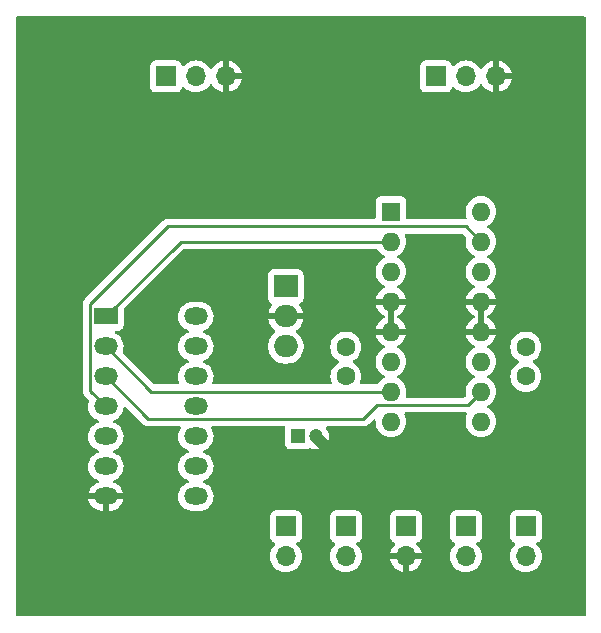
<source format=gbl>
G04 #@! TF.GenerationSoftware,KiCad,Pcbnew,7.0.7*
G04 #@! TF.CreationDate,2023-08-28T09:14:14+02:00*
G04 #@! TF.ProjectId,l293d-motor-controller,6c323933-642d-46d6-9f74-6f722d636f6e,rev?*
G04 #@! TF.SameCoordinates,Original*
G04 #@! TF.FileFunction,Copper,L2,Bot*
G04 #@! TF.FilePolarity,Positive*
%FSLAX46Y46*%
G04 Gerber Fmt 4.6, Leading zero omitted, Abs format (unit mm)*
G04 Created by KiCad (PCBNEW 7.0.7) date 2023-08-28 09:14:14*
%MOMM*%
%LPD*%
G01*
G04 APERTURE LIST*
G04 #@! TA.AperFunction,ComponentPad*
%ADD10R,1.700000X1.700000*%
G04 #@! TD*
G04 #@! TA.AperFunction,ComponentPad*
%ADD11O,1.700000X1.700000*%
G04 #@! TD*
G04 #@! TA.AperFunction,ComponentPad*
%ADD12R,1.600000X1.600000*%
G04 #@! TD*
G04 #@! TA.AperFunction,ComponentPad*
%ADD13O,1.600000X1.600000*%
G04 #@! TD*
G04 #@! TA.AperFunction,ComponentPad*
%ADD14R,2.000000X1.905000*%
G04 #@! TD*
G04 #@! TA.AperFunction,ComponentPad*
%ADD15O,2.000000X1.905000*%
G04 #@! TD*
G04 #@! TA.AperFunction,ComponentPad*
%ADD16R,2.000000X1.440000*%
G04 #@! TD*
G04 #@! TA.AperFunction,ComponentPad*
%ADD17O,2.000000X1.440000*%
G04 #@! TD*
G04 #@! TA.AperFunction,ComponentPad*
%ADD18C,1.600000*%
G04 #@! TD*
G04 #@! TA.AperFunction,ComponentPad*
%ADD19R,1.200000X1.200000*%
G04 #@! TD*
G04 #@! TA.AperFunction,ComponentPad*
%ADD20C,1.200000*%
G04 #@! TD*
G04 #@! TA.AperFunction,Conductor*
%ADD21C,0.250000*%
G04 #@! TD*
G04 APERTURE END LIST*
D10*
X127000000Y-101600000D03*
D11*
X129540000Y-101600000D03*
X132080000Y-101600000D03*
D12*
X123200000Y-113045000D03*
D13*
X123200000Y-115585000D03*
X123200000Y-118125000D03*
X123200000Y-120665000D03*
X123200000Y-123205000D03*
X123200000Y-125745000D03*
X123200000Y-128285000D03*
X123200000Y-130825000D03*
X130820000Y-130825000D03*
X130820000Y-128285000D03*
X130820000Y-125745000D03*
X130820000Y-123205000D03*
X130820000Y-120665000D03*
X130820000Y-118125000D03*
X130820000Y-115585000D03*
X130820000Y-113045000D03*
D10*
X129540000Y-139700000D03*
D11*
X129540000Y-142240000D03*
D10*
X124460000Y-139700000D03*
D11*
X124460000Y-142240000D03*
D10*
X134620000Y-139700000D03*
D11*
X134620000Y-142240000D03*
D14*
X114300000Y-119380000D03*
D15*
X114300000Y-121920000D03*
X114300000Y-124460000D03*
D16*
X99060000Y-121920000D03*
D17*
X99060000Y-124460000D03*
X99060000Y-127000000D03*
X99060000Y-129540000D03*
X99060000Y-132080000D03*
X99060000Y-134620000D03*
X99060000Y-137160000D03*
X106680000Y-137160000D03*
X106680000Y-134620000D03*
X106680000Y-132080000D03*
X106680000Y-129540000D03*
X106680000Y-127000000D03*
X106680000Y-124460000D03*
X106680000Y-121920000D03*
D18*
X119380000Y-124500000D03*
X119380000Y-127000000D03*
D10*
X114300000Y-139700000D03*
D11*
X114300000Y-142240000D03*
D10*
X104140000Y-101600000D03*
D11*
X106680000Y-101600000D03*
X109220000Y-101600000D03*
D19*
X115340000Y-132080000D03*
D20*
X116840000Y-132080000D03*
D18*
X134620000Y-127000000D03*
X134620000Y-124500000D03*
D10*
X119380000Y-139700000D03*
D11*
X119380000Y-142240000D03*
D21*
X99060000Y-121920000D02*
X105395000Y-115585000D01*
X105395000Y-115585000D02*
X123200000Y-115585000D01*
X129695000Y-129410000D02*
X130820000Y-128285000D01*
X99060000Y-127000000D02*
X102645000Y-130585000D01*
X102645000Y-130585000D02*
X120875000Y-130585000D01*
X120875000Y-130585000D02*
X122050000Y-129410000D01*
X122050000Y-129410000D02*
X129695000Y-129410000D01*
X99060000Y-124460000D02*
X102885000Y-128285000D01*
X102885000Y-128285000D02*
X123200000Y-128285000D01*
X97735000Y-120875000D02*
X104310000Y-114300000D01*
X97735000Y-128215000D02*
X97735000Y-120875000D01*
X129535000Y-114300000D02*
X130820000Y-115585000D01*
X99060000Y-129540000D02*
X97735000Y-128215000D01*
X104310000Y-114300000D02*
X129535000Y-114300000D01*
G04 #@! TA.AperFunction,Conductor*
G36*
X116883332Y-131432072D02*
G01*
X116927681Y-131460573D01*
X117053440Y-131586333D01*
X117086924Y-131647656D01*
X117081940Y-131717348D01*
X117040068Y-131773281D01*
X116974604Y-131797698D01*
X116920968Y-131789641D01*
X116896080Y-131780000D01*
X116812198Y-131780000D01*
X116739299Y-131793626D01*
X116669785Y-131786596D01*
X116615107Y-131743098D01*
X116592625Y-131676944D01*
X116609478Y-131609137D01*
X116628834Y-131584057D01*
X116752317Y-131460573D01*
X116813640Y-131427088D01*
X116883332Y-131432072D01*
G37*
G04 #@! TD.AperFunction*
G04 #@! TA.AperFunction,Conductor*
G36*
X129291587Y-114945185D02*
G01*
X129312229Y-114961819D01*
X129520586Y-115170177D01*
X129554071Y-115231500D01*
X129552680Y-115289949D01*
X129534367Y-115358296D01*
X129534364Y-115358313D01*
X129514532Y-115584999D01*
X129514532Y-115585001D01*
X129534364Y-115811686D01*
X129534366Y-115811697D01*
X129593258Y-116031488D01*
X129593261Y-116031497D01*
X129689431Y-116237732D01*
X129689432Y-116237734D01*
X129819954Y-116424141D01*
X129980858Y-116585045D01*
X129980861Y-116585047D01*
X130167266Y-116715568D01*
X130225275Y-116742618D01*
X130277714Y-116788791D01*
X130296866Y-116855984D01*
X130276650Y-116922865D01*
X130225275Y-116967382D01*
X130167267Y-116994431D01*
X130167265Y-116994432D01*
X129980858Y-117124954D01*
X129819954Y-117285858D01*
X129689432Y-117472265D01*
X129689431Y-117472267D01*
X129593261Y-117678502D01*
X129593258Y-117678511D01*
X129534366Y-117898302D01*
X129534364Y-117898313D01*
X129514532Y-118124998D01*
X129514532Y-118125001D01*
X129534364Y-118351686D01*
X129534366Y-118351697D01*
X129593258Y-118571488D01*
X129593261Y-118571497D01*
X129689431Y-118777732D01*
X129689432Y-118777734D01*
X129819954Y-118964141D01*
X129980858Y-119125045D01*
X129980861Y-119125047D01*
X130167266Y-119255568D01*
X130225865Y-119282893D01*
X130278305Y-119329065D01*
X130297457Y-119396258D01*
X130277242Y-119463139D01*
X130225867Y-119507657D01*
X130167515Y-119534867D01*
X129981179Y-119665342D01*
X129820342Y-119826179D01*
X129689865Y-120012517D01*
X129593734Y-120218673D01*
X129593730Y-120218682D01*
X129541127Y-120414999D01*
X129541128Y-120415000D01*
X130309424Y-120415000D01*
X130376463Y-120434685D01*
X130422218Y-120487489D01*
X130432162Y-120556647D01*
X130431897Y-120558397D01*
X130415014Y-120664996D01*
X130415014Y-120665003D01*
X130431897Y-120771603D01*
X130422942Y-120840896D01*
X130377946Y-120894348D01*
X130311194Y-120914987D01*
X130309424Y-120915000D01*
X129541128Y-120915000D01*
X129593730Y-121111317D01*
X129593734Y-121111326D01*
X129689865Y-121317482D01*
X129820342Y-121503820D01*
X129981179Y-121664657D01*
X130167517Y-121795134D01*
X130226457Y-121822618D01*
X130278896Y-121868790D01*
X130298048Y-121935984D01*
X130277832Y-122002865D01*
X130226457Y-122047382D01*
X130167517Y-122074865D01*
X129981179Y-122205342D01*
X129820342Y-122366179D01*
X129689865Y-122552517D01*
X129593734Y-122758673D01*
X129593730Y-122758682D01*
X129541127Y-122954999D01*
X129541128Y-122955000D01*
X130309424Y-122955000D01*
X130376463Y-122974685D01*
X130422218Y-123027489D01*
X130432162Y-123096647D01*
X130431897Y-123098397D01*
X130415014Y-123204996D01*
X130415014Y-123205003D01*
X130431897Y-123311603D01*
X130422942Y-123380896D01*
X130377946Y-123434348D01*
X130311194Y-123454987D01*
X130309424Y-123455000D01*
X129541128Y-123455000D01*
X129593730Y-123651317D01*
X129593734Y-123651326D01*
X129689865Y-123857482D01*
X129820342Y-124043820D01*
X129981179Y-124204657D01*
X130167518Y-124335134D01*
X130167520Y-124335135D01*
X130225865Y-124362342D01*
X130278305Y-124408514D01*
X130297457Y-124475707D01*
X130277242Y-124542589D01*
X130225867Y-124587105D01*
X130167268Y-124614431D01*
X130167264Y-124614433D01*
X129980858Y-124744954D01*
X129819954Y-124905858D01*
X129689432Y-125092265D01*
X129689431Y-125092267D01*
X129593261Y-125298502D01*
X129593258Y-125298511D01*
X129534366Y-125518302D01*
X129534364Y-125518313D01*
X129514532Y-125744998D01*
X129514532Y-125745001D01*
X129534364Y-125971686D01*
X129534366Y-125971697D01*
X129593258Y-126191488D01*
X129593261Y-126191497D01*
X129689431Y-126397732D01*
X129689432Y-126397734D01*
X129819954Y-126584141D01*
X129980858Y-126745045D01*
X130110050Y-126835505D01*
X130167266Y-126875568D01*
X130225278Y-126902619D01*
X130277713Y-126948788D01*
X130296866Y-127015982D01*
X130276651Y-127082863D01*
X130225277Y-127127380D01*
X130167268Y-127154430D01*
X130167265Y-127154432D01*
X129980858Y-127284954D01*
X129819954Y-127445858D01*
X129689432Y-127632265D01*
X129689431Y-127632267D01*
X129593261Y-127838502D01*
X129593258Y-127838511D01*
X129534366Y-128058302D01*
X129534364Y-128058313D01*
X129516358Y-128264130D01*
X129514532Y-128285000D01*
X129534364Y-128511686D01*
X129534365Y-128511691D01*
X129534366Y-128511697D01*
X129552680Y-128580048D01*
X129551017Y-128649897D01*
X129520587Y-128699820D01*
X129472228Y-128748180D01*
X129410905Y-128781666D01*
X129384546Y-128784500D01*
X124574137Y-128784500D01*
X124507098Y-128764815D01*
X124461343Y-128712011D01*
X124451399Y-128642853D01*
X124454362Y-128628407D01*
X124472341Y-128561307D01*
X124485635Y-128511692D01*
X124503677Y-128305468D01*
X124505468Y-128285001D01*
X124505468Y-128284998D01*
X124494153Y-128155667D01*
X124485635Y-128058308D01*
X124426739Y-127838504D01*
X124330568Y-127632266D01*
X124200047Y-127445861D01*
X124200045Y-127445858D01*
X124039141Y-127284954D01*
X123852734Y-127154432D01*
X123852728Y-127154429D01*
X123825038Y-127141517D01*
X123794724Y-127127381D01*
X123742285Y-127081210D01*
X123723133Y-127014017D01*
X123743348Y-126947135D01*
X123794725Y-126902618D01*
X123852734Y-126875568D01*
X124039139Y-126745047D01*
X124200047Y-126584139D01*
X124330568Y-126397734D01*
X124426739Y-126191496D01*
X124485635Y-125971692D01*
X124505031Y-125750000D01*
X124505468Y-125745001D01*
X124505468Y-125744998D01*
X124495456Y-125630566D01*
X124485635Y-125518308D01*
X124426739Y-125298504D01*
X124330568Y-125092266D01*
X124200047Y-124905861D01*
X124200045Y-124905858D01*
X124039141Y-124744954D01*
X123852734Y-124614432D01*
X123852732Y-124614431D01*
X123841275Y-124609088D01*
X123794132Y-124587105D01*
X123741694Y-124540934D01*
X123722542Y-124473740D01*
X123742758Y-124406859D01*
X123794134Y-124362341D01*
X123852484Y-124335132D01*
X124038820Y-124204657D01*
X124199657Y-124043820D01*
X124330134Y-123857482D01*
X124426265Y-123651326D01*
X124426269Y-123651317D01*
X124478872Y-123455000D01*
X123710576Y-123455000D01*
X123643537Y-123435315D01*
X123597782Y-123382511D01*
X123587838Y-123313353D01*
X123588103Y-123311603D01*
X123604986Y-123205003D01*
X123604986Y-123204996D01*
X123588103Y-123098397D01*
X123597058Y-123029104D01*
X123642054Y-122975652D01*
X123708806Y-122955013D01*
X123710576Y-122955000D01*
X124478872Y-122955000D01*
X124478872Y-122954999D01*
X124426269Y-122758682D01*
X124426265Y-122758673D01*
X124330134Y-122552517D01*
X124199657Y-122366179D01*
X124038820Y-122205342D01*
X123852484Y-122074867D01*
X123793541Y-122047381D01*
X123741102Y-122001208D01*
X123721951Y-121934014D01*
X123742167Y-121867133D01*
X123793544Y-121822616D01*
X123852483Y-121795133D01*
X124038820Y-121664657D01*
X124199657Y-121503820D01*
X124330134Y-121317482D01*
X124426265Y-121111326D01*
X124426269Y-121111317D01*
X124478872Y-120915000D01*
X123710576Y-120915000D01*
X123643537Y-120895315D01*
X123597782Y-120842511D01*
X123587838Y-120773353D01*
X123588103Y-120771603D01*
X123604986Y-120665003D01*
X123604986Y-120664996D01*
X123588103Y-120558397D01*
X123597058Y-120489104D01*
X123642054Y-120435652D01*
X123708806Y-120415013D01*
X123710576Y-120415000D01*
X124478872Y-120415000D01*
X124478872Y-120414999D01*
X124426269Y-120218682D01*
X124426265Y-120218673D01*
X124330134Y-120012517D01*
X124199657Y-119826179D01*
X124038820Y-119665342D01*
X123852482Y-119534865D01*
X123794133Y-119507657D01*
X123741694Y-119461484D01*
X123722542Y-119394291D01*
X123742758Y-119327410D01*
X123794129Y-119282895D01*
X123852734Y-119255568D01*
X124039139Y-119125047D01*
X124200047Y-118964139D01*
X124330568Y-118777734D01*
X124426739Y-118571496D01*
X124485635Y-118351692D01*
X124505468Y-118125000D01*
X124485635Y-117898308D01*
X124426739Y-117678504D01*
X124330568Y-117472266D01*
X124200047Y-117285861D01*
X124200045Y-117285858D01*
X124039141Y-117124954D01*
X123852734Y-116994432D01*
X123852728Y-116994429D01*
X123794725Y-116967382D01*
X123742285Y-116921210D01*
X123723133Y-116854017D01*
X123743348Y-116787135D01*
X123794725Y-116742618D01*
X123852734Y-116715568D01*
X124039139Y-116585047D01*
X124200047Y-116424139D01*
X124330568Y-116237734D01*
X124426739Y-116031496D01*
X124485635Y-115811692D01*
X124505468Y-115585000D01*
X124485635Y-115358308D01*
X124426739Y-115138504D01*
X124409671Y-115101902D01*
X124399180Y-115032828D01*
X124427699Y-114969044D01*
X124486175Y-114930804D01*
X124522054Y-114925500D01*
X129224548Y-114925500D01*
X129291587Y-114945185D01*
G37*
G04 #@! TD.AperFunction*
G04 #@! TA.AperFunction,Conductor*
G36*
X122052851Y-116230185D02*
G01*
X122087387Y-116263377D01*
X122199954Y-116424141D01*
X122360858Y-116585045D01*
X122360861Y-116585047D01*
X122547266Y-116715568D01*
X122605275Y-116742618D01*
X122657714Y-116788791D01*
X122676866Y-116855984D01*
X122656650Y-116922865D01*
X122605275Y-116967382D01*
X122547267Y-116994431D01*
X122547265Y-116994432D01*
X122360858Y-117124954D01*
X122199954Y-117285858D01*
X122069432Y-117472265D01*
X122069431Y-117472267D01*
X121973261Y-117678502D01*
X121973258Y-117678511D01*
X121914366Y-117898302D01*
X121914364Y-117898313D01*
X121894532Y-118124998D01*
X121894532Y-118125001D01*
X121914364Y-118351686D01*
X121914366Y-118351697D01*
X121973258Y-118571488D01*
X121973261Y-118571497D01*
X122069431Y-118777732D01*
X122069432Y-118777734D01*
X122199954Y-118964141D01*
X122360858Y-119125045D01*
X122360861Y-119125047D01*
X122547266Y-119255568D01*
X122605865Y-119282893D01*
X122658305Y-119329065D01*
X122677457Y-119396258D01*
X122657242Y-119463139D01*
X122605867Y-119507657D01*
X122547515Y-119534867D01*
X122361179Y-119665342D01*
X122200342Y-119826179D01*
X122069865Y-120012517D01*
X121973734Y-120218673D01*
X121973730Y-120218682D01*
X121921127Y-120414999D01*
X121921128Y-120415000D01*
X122689424Y-120415000D01*
X122756463Y-120434685D01*
X122802218Y-120487489D01*
X122812162Y-120556647D01*
X122811897Y-120558397D01*
X122795014Y-120664996D01*
X122795014Y-120665003D01*
X122811897Y-120771603D01*
X122802942Y-120840896D01*
X122757946Y-120894348D01*
X122691194Y-120914987D01*
X122689424Y-120915000D01*
X121921128Y-120915000D01*
X121973730Y-121111317D01*
X121973734Y-121111326D01*
X122069865Y-121317482D01*
X122200342Y-121503820D01*
X122361179Y-121664657D01*
X122547517Y-121795134D01*
X122606457Y-121822618D01*
X122658896Y-121868790D01*
X122678048Y-121935984D01*
X122657832Y-122002865D01*
X122606457Y-122047382D01*
X122547517Y-122074865D01*
X122361179Y-122205342D01*
X122200342Y-122366179D01*
X122069865Y-122552517D01*
X121973734Y-122758673D01*
X121973730Y-122758682D01*
X121921127Y-122954999D01*
X121921128Y-122955000D01*
X122689424Y-122955000D01*
X122756463Y-122974685D01*
X122802218Y-123027489D01*
X122812162Y-123096647D01*
X122811897Y-123098397D01*
X122795014Y-123204996D01*
X122795014Y-123205003D01*
X122811897Y-123311603D01*
X122802942Y-123380896D01*
X122757946Y-123434348D01*
X122691194Y-123454987D01*
X122689424Y-123455000D01*
X121921128Y-123455000D01*
X121973730Y-123651317D01*
X121973734Y-123651326D01*
X122069865Y-123857482D01*
X122200342Y-124043820D01*
X122361179Y-124204657D01*
X122547518Y-124335134D01*
X122547520Y-124335135D01*
X122605865Y-124362342D01*
X122658305Y-124408514D01*
X122677457Y-124475707D01*
X122657242Y-124542589D01*
X122605867Y-124587105D01*
X122547268Y-124614431D01*
X122547264Y-124614433D01*
X122360858Y-124744954D01*
X122199954Y-124905858D01*
X122069432Y-125092265D01*
X122069431Y-125092267D01*
X121973261Y-125298502D01*
X121973258Y-125298511D01*
X121914366Y-125518302D01*
X121914364Y-125518313D01*
X121894532Y-125744998D01*
X121894532Y-125745001D01*
X121914364Y-125971686D01*
X121914366Y-125971697D01*
X121973258Y-126191488D01*
X121973261Y-126191497D01*
X122069431Y-126397732D01*
X122069432Y-126397734D01*
X122199954Y-126584141D01*
X122360858Y-126745045D01*
X122360861Y-126745047D01*
X122547266Y-126875568D01*
X122605275Y-126902618D01*
X122657714Y-126948791D01*
X122676866Y-127015984D01*
X122656650Y-127082865D01*
X122605275Y-127127381D01*
X122588272Y-127135310D01*
X122547267Y-127154431D01*
X122547265Y-127154432D01*
X122360858Y-127284954D01*
X122199954Y-127445858D01*
X122087387Y-127606623D01*
X122032811Y-127650248D01*
X121985812Y-127659500D01*
X120702054Y-127659500D01*
X120635015Y-127639815D01*
X120589260Y-127587011D01*
X120579316Y-127517853D01*
X120589670Y-127483099D01*
X120606739Y-127446496D01*
X120665635Y-127226692D01*
X120685468Y-127000000D01*
X120682995Y-126971739D01*
X120674582Y-126875570D01*
X120665635Y-126773308D01*
X120606739Y-126553504D01*
X120510568Y-126347266D01*
X120380047Y-126160861D01*
X120380045Y-126160858D01*
X120219141Y-125999954D01*
X120032734Y-125869432D01*
X120032733Y-125869432D01*
X120017614Y-125862381D01*
X119965176Y-125816211D01*
X119946023Y-125749018D01*
X119966238Y-125682136D01*
X120017614Y-125637618D01*
X120032734Y-125630568D01*
X120219139Y-125500047D01*
X120380047Y-125339139D01*
X120510568Y-125152734D01*
X120606739Y-124946496D01*
X120665635Y-124726692D01*
X120685468Y-124500000D01*
X120665635Y-124273308D01*
X120606739Y-124053504D01*
X120510568Y-123847266D01*
X120380047Y-123660861D01*
X120380045Y-123660858D01*
X120219141Y-123499954D01*
X120032734Y-123369432D01*
X120032732Y-123369431D01*
X119826497Y-123273261D01*
X119826488Y-123273258D01*
X119606697Y-123214366D01*
X119606693Y-123214365D01*
X119606692Y-123214365D01*
X119606691Y-123214364D01*
X119606686Y-123214364D01*
X119380002Y-123194532D01*
X119379998Y-123194532D01*
X119153313Y-123214364D01*
X119153302Y-123214366D01*
X118933511Y-123273258D01*
X118933502Y-123273261D01*
X118727267Y-123369431D01*
X118727265Y-123369432D01*
X118540858Y-123499954D01*
X118379954Y-123660858D01*
X118249432Y-123847265D01*
X118249431Y-123847267D01*
X118153261Y-124053502D01*
X118153258Y-124053511D01*
X118094366Y-124273302D01*
X118094364Y-124273313D01*
X118074532Y-124499998D01*
X118074532Y-124500001D01*
X118094364Y-124726686D01*
X118094366Y-124726697D01*
X118153258Y-124946488D01*
X118153261Y-124946497D01*
X118249431Y-125152732D01*
X118249432Y-125152734D01*
X118379954Y-125339141D01*
X118540858Y-125500045D01*
X118540861Y-125500047D01*
X118727266Y-125630568D01*
X118742387Y-125637619D01*
X118794825Y-125683791D01*
X118813976Y-125750985D01*
X118793760Y-125817866D01*
X118742387Y-125862380D01*
X118727266Y-125869432D01*
X118727264Y-125869433D01*
X118540858Y-125999954D01*
X118379954Y-126160858D01*
X118249432Y-126347265D01*
X118249431Y-126347267D01*
X118153261Y-126553502D01*
X118153258Y-126553511D01*
X118094366Y-126773302D01*
X118094364Y-126773313D01*
X118074532Y-126999998D01*
X118074532Y-127000001D01*
X118094364Y-127226686D01*
X118094366Y-127226697D01*
X118153258Y-127446488D01*
X118153259Y-127446491D01*
X118153261Y-127446496D01*
X118170328Y-127483097D01*
X118180820Y-127552172D01*
X118152301Y-127615956D01*
X118093825Y-127654196D01*
X118057946Y-127659500D01*
X108193280Y-127659500D01*
X108126241Y-127639815D01*
X108080486Y-127587011D01*
X108070542Y-127517853D01*
X108079258Y-127486765D01*
X108081454Y-127481628D01*
X108125456Y-127378680D01*
X108174343Y-127164494D01*
X108184199Y-126945021D01*
X108154709Y-126727316D01*
X108086820Y-126518374D01*
X107982714Y-126324913D01*
X107845737Y-126153149D01*
X107680291Y-126008604D01*
X107653595Y-125992653D01*
X107491702Y-125895926D01*
X107491696Y-125895923D01*
X107362980Y-125847615D01*
X107307132Y-125805629D01*
X107282849Y-125740115D01*
X107297841Y-125671873D01*
X107347347Y-125622568D01*
X107373563Y-125611990D01*
X107390586Y-125607293D01*
X107588524Y-125511971D01*
X107766260Y-125382839D01*
X107918082Y-125224045D01*
X108039111Y-125040694D01*
X108125456Y-124838680D01*
X108174343Y-124624494D01*
X108176323Y-124580397D01*
X112799499Y-124580397D01*
X112839134Y-124817916D01*
X112917318Y-125045656D01*
X112917321Y-125045665D01*
X113031929Y-125257441D01*
X113063888Y-125298502D01*
X113179829Y-125447463D01*
X113356990Y-125610551D01*
X113558578Y-125742255D01*
X113779095Y-125838983D01*
X114012524Y-125898095D01*
X114192400Y-125913000D01*
X114192402Y-125913000D01*
X114407598Y-125913000D01*
X114407600Y-125913000D01*
X114587476Y-125898095D01*
X114820905Y-125838983D01*
X115041422Y-125742255D01*
X115243010Y-125610551D01*
X115420171Y-125447463D01*
X115568072Y-125257439D01*
X115682679Y-125045664D01*
X115760866Y-124817913D01*
X115800500Y-124580399D01*
X115800500Y-124339601D01*
X115760866Y-124102087D01*
X115744187Y-124053504D01*
X115684385Y-123879306D01*
X115682679Y-123874336D01*
X115568072Y-123662561D01*
X115559327Y-123651326D01*
X115529613Y-123613149D01*
X115420171Y-123472537D01*
X115265495Y-123330148D01*
X115243007Y-123309446D01*
X115218614Y-123293510D01*
X115173257Y-123240364D01*
X115163833Y-123171132D01*
X115193335Y-123107796D01*
X115218616Y-123085891D01*
X115242701Y-123070155D01*
X115242702Y-123070154D01*
X115419797Y-122907126D01*
X115419806Y-122907116D01*
X115567649Y-122717168D01*
X115567655Y-122717159D01*
X115682215Y-122505468D01*
X115682221Y-122505454D01*
X115760380Y-122277791D01*
X115778367Y-122170000D01*
X114966956Y-122170000D01*
X114899917Y-122150315D01*
X114854162Y-122097511D01*
X114843245Y-122037537D01*
X114845730Y-122001208D01*
X114853877Y-121882114D01*
X114840809Y-121819227D01*
X114846443Y-121749586D01*
X114888834Y-121694045D01*
X114954523Y-121670239D01*
X114962216Y-121670000D01*
X115778366Y-121670000D01*
X115778366Y-121669999D01*
X115760380Y-121562208D01*
X115682221Y-121334545D01*
X115682215Y-121334531D01*
X115567655Y-121122840D01*
X115567649Y-121122831D01*
X115456675Y-120980252D01*
X115431032Y-120915258D01*
X115444598Y-120846719D01*
X115493067Y-120796394D01*
X115511194Y-120787909D01*
X115526209Y-120782308D01*
X115542327Y-120776298D01*
X115542329Y-120776296D01*
X115542331Y-120776296D01*
X115657546Y-120690046D01*
X115743796Y-120574831D01*
X115794091Y-120439983D01*
X115800500Y-120380373D01*
X115800499Y-118379628D01*
X115794091Y-118320017D01*
X115743796Y-118185169D01*
X115743795Y-118185168D01*
X115743793Y-118185164D01*
X115657547Y-118069955D01*
X115657544Y-118069952D01*
X115542335Y-117983706D01*
X115542328Y-117983702D01*
X115407482Y-117933408D01*
X115407483Y-117933408D01*
X115347883Y-117927001D01*
X115347881Y-117927000D01*
X115347873Y-117927000D01*
X115347864Y-117927000D01*
X113252129Y-117927000D01*
X113252123Y-117927001D01*
X113192516Y-117933408D01*
X113057671Y-117983702D01*
X113057664Y-117983706D01*
X112942455Y-118069952D01*
X112942452Y-118069955D01*
X112856206Y-118185164D01*
X112856202Y-118185171D01*
X112805908Y-118320017D01*
X112799501Y-118379616D01*
X112799501Y-118379623D01*
X112799500Y-118379635D01*
X112799500Y-120380370D01*
X112799501Y-120380376D01*
X112805908Y-120439983D01*
X112856202Y-120574828D01*
X112856206Y-120574835D01*
X112942452Y-120690044D01*
X112942455Y-120690047D01*
X113057664Y-120776293D01*
X113057671Y-120776297D01*
X113057674Y-120776298D01*
X113088802Y-120787907D01*
X113144736Y-120829777D01*
X113169155Y-120895241D01*
X113154305Y-120963514D01*
X113143325Y-120980252D01*
X113032345Y-121122838D01*
X113032344Y-121122840D01*
X112917784Y-121334531D01*
X112917778Y-121334545D01*
X112839619Y-121562208D01*
X112821633Y-121669999D01*
X112821634Y-121670000D01*
X113633044Y-121670000D01*
X113700083Y-121689685D01*
X113745838Y-121742489D01*
X113756755Y-121802463D01*
X113756441Y-121807045D01*
X113756441Y-121807047D01*
X113746123Y-121957886D01*
X113755126Y-122001210D01*
X113759191Y-122020772D01*
X113753557Y-122090414D01*
X113711166Y-122145955D01*
X113645477Y-122169761D01*
X113637784Y-122170000D01*
X112821633Y-122170000D01*
X112839619Y-122277791D01*
X112917778Y-122505454D01*
X112917784Y-122505468D01*
X113032344Y-122717159D01*
X113032350Y-122717168D01*
X113180193Y-122907116D01*
X113180202Y-122907126D01*
X113357297Y-123070154D01*
X113357296Y-123070154D01*
X113381385Y-123085892D01*
X113426742Y-123139038D01*
X113436166Y-123208269D01*
X113406664Y-123271605D01*
X113381389Y-123293507D01*
X113356994Y-123309446D01*
X113356988Y-123309450D01*
X113249903Y-123408029D01*
X113179829Y-123472537D01*
X113158490Y-123499954D01*
X113031929Y-123662558D01*
X112917321Y-123874334D01*
X112917318Y-123874343D01*
X112839134Y-124102083D01*
X112799499Y-124339602D01*
X112799499Y-124580397D01*
X108176323Y-124580397D01*
X108184199Y-124405021D01*
X108154709Y-124187316D01*
X108086820Y-123978374D01*
X107982714Y-123784913D01*
X107845737Y-123613149D01*
X107680291Y-123468604D01*
X107653595Y-123452653D01*
X107491702Y-123355926D01*
X107491696Y-123355923D01*
X107362980Y-123307615D01*
X107307132Y-123265629D01*
X107282849Y-123200115D01*
X107297841Y-123131873D01*
X107347347Y-123082568D01*
X107373563Y-123071990D01*
X107390586Y-123067293D01*
X107588524Y-122971971D01*
X107766260Y-122842839D01*
X107918082Y-122684045D01*
X108039111Y-122500694D01*
X108125456Y-122298680D01*
X108174343Y-122084494D01*
X108184199Y-121865021D01*
X108154709Y-121647316D01*
X108086820Y-121438374D01*
X107982714Y-121244913D01*
X107845737Y-121073149D01*
X107680291Y-120928604D01*
X107644837Y-120907421D01*
X107491702Y-120815926D01*
X107491697Y-120815924D01*
X107491695Y-120815923D01*
X107344693Y-120760752D01*
X107286008Y-120738727D01*
X107069851Y-120699500D01*
X107069847Y-120699500D01*
X106345189Y-120699500D01*
X106307666Y-120702877D01*
X106181191Y-120714259D01*
X106181185Y-120714260D01*
X105969423Y-120772703D01*
X105969410Y-120772708D01*
X105771479Y-120868026D01*
X105771469Y-120868032D01*
X105593745Y-120997156D01*
X105593738Y-120997162D01*
X105441916Y-121155956D01*
X105320890Y-121339302D01*
X105234544Y-121541321D01*
X105234542Y-121541327D01*
X105185657Y-121755505D01*
X105185657Y-121755508D01*
X105176569Y-121957886D01*
X105175801Y-121974979D01*
X105202952Y-122175415D01*
X105205292Y-122192688D01*
X105273180Y-122401627D01*
X105377284Y-122595084D01*
X105377286Y-122595087D01*
X105498817Y-122747483D01*
X105514263Y-122766851D01*
X105679709Y-122911396D01*
X105761521Y-122960276D01*
X105868297Y-123024073D01*
X105868299Y-123024073D01*
X105868305Y-123024077D01*
X105997019Y-123072384D01*
X106052867Y-123114369D01*
X106077150Y-123179884D01*
X106062159Y-123248126D01*
X106012652Y-123297430D01*
X105986439Y-123308008D01*
X105969418Y-123312705D01*
X105969410Y-123312708D01*
X105771479Y-123408026D01*
X105771469Y-123408032D01*
X105593745Y-123537156D01*
X105593738Y-123537162D01*
X105441916Y-123695956D01*
X105320890Y-123879302D01*
X105234544Y-124081321D01*
X105234542Y-124081327D01*
X105190722Y-124273313D01*
X105185657Y-124295506D01*
X105183877Y-124335134D01*
X105176474Y-124500001D01*
X105175801Y-124514979D01*
X105204480Y-124726697D01*
X105205292Y-124732688D01*
X105273180Y-124941627D01*
X105377284Y-125135084D01*
X105377286Y-125135087D01*
X105507606Y-125298504D01*
X105514263Y-125306851D01*
X105679709Y-125451396D01*
X105761134Y-125500045D01*
X105868297Y-125564073D01*
X105868299Y-125564073D01*
X105868305Y-125564077D01*
X105997019Y-125612384D01*
X106052867Y-125654369D01*
X106077150Y-125719884D01*
X106062159Y-125788126D01*
X106012652Y-125837430D01*
X105986439Y-125848008D01*
X105969418Y-125852705D01*
X105969410Y-125852708D01*
X105771479Y-125948026D01*
X105771469Y-125948032D01*
X105593745Y-126077156D01*
X105593738Y-126077162D01*
X105441916Y-126235956D01*
X105320890Y-126419302D01*
X105234544Y-126621321D01*
X105234542Y-126621327D01*
X105185657Y-126835505D01*
X105185657Y-126835508D01*
X105177168Y-127024549D01*
X105175801Y-127054979D01*
X105199061Y-127226692D01*
X105205292Y-127272688D01*
X105236598Y-127369040D01*
X105261764Y-127446492D01*
X105273181Y-127481628D01*
X105275371Y-127486753D01*
X105272602Y-127487935D01*
X105285102Y-127543443D01*
X105261164Y-127609084D01*
X105205537Y-127651362D01*
X105161357Y-127659500D01*
X103195452Y-127659500D01*
X103128413Y-127639815D01*
X103107771Y-127623181D01*
X100510204Y-125025613D01*
X100476719Y-124964290D01*
X100481703Y-124894598D01*
X100483864Y-124889196D01*
X100505456Y-124838680D01*
X100554343Y-124624494D01*
X100564199Y-124405021D01*
X100534709Y-124187316D01*
X100466820Y-123978374D01*
X100362714Y-123784913D01*
X100225737Y-123613149D01*
X100060291Y-123468604D01*
X99913493Y-123380896D01*
X99896840Y-123370946D01*
X99849387Y-123319664D01*
X99837192Y-123250866D01*
X99864127Y-123186397D01*
X99921641Y-123146725D01*
X99960440Y-123140499D01*
X100107871Y-123140499D01*
X100107872Y-123140499D01*
X100167483Y-123134091D01*
X100302331Y-123083796D01*
X100417546Y-122997546D01*
X100503796Y-122882331D01*
X100554091Y-122747483D01*
X100560500Y-122687873D01*
X100560499Y-121355451D01*
X100580184Y-121288413D01*
X100596813Y-121267776D01*
X105617771Y-116246819D01*
X105679095Y-116213334D01*
X105705453Y-116210500D01*
X121985812Y-116210500D01*
X122052851Y-116230185D01*
G37*
G04 #@! TD.AperFunction*
G04 #@! TA.AperFunction,Conductor*
G36*
X123093331Y-121053091D02*
G01*
X123125699Y-121058218D01*
X123168515Y-121065000D01*
X123168519Y-121065000D01*
X123231485Y-121065000D01*
X123274300Y-121058218D01*
X123306602Y-121053102D01*
X123375894Y-121062056D01*
X123429347Y-121107052D01*
X123449987Y-121173803D01*
X123450000Y-121175575D01*
X123450000Y-122694424D01*
X123430315Y-122761463D01*
X123377511Y-122807218D01*
X123308353Y-122817162D01*
X123306602Y-122816897D01*
X123231486Y-122805000D01*
X123231481Y-122805000D01*
X123168519Y-122805000D01*
X123168514Y-122805000D01*
X123093398Y-122816897D01*
X123024104Y-122807942D01*
X122970652Y-122762946D01*
X122950013Y-122696194D01*
X122950000Y-122694424D01*
X122950000Y-121175575D01*
X122969685Y-121108536D01*
X123022489Y-121062781D01*
X123091647Y-121052837D01*
X123093331Y-121053091D01*
G37*
G04 #@! TD.AperFunction*
G04 #@! TA.AperFunction,Conductor*
G36*
X130713331Y-121053091D02*
G01*
X130745699Y-121058218D01*
X130788515Y-121065000D01*
X130788519Y-121065000D01*
X130851485Y-121065000D01*
X130894300Y-121058218D01*
X130926602Y-121053102D01*
X130995894Y-121062056D01*
X131049347Y-121107052D01*
X131069987Y-121173803D01*
X131070000Y-121175575D01*
X131070000Y-121865000D01*
X131069999Y-122694424D01*
X131050314Y-122761464D01*
X130997510Y-122807218D01*
X130928352Y-122817162D01*
X130926601Y-122816897D01*
X130851486Y-122805000D01*
X130851481Y-122805000D01*
X130788519Y-122805000D01*
X130788514Y-122805000D01*
X130713398Y-122816897D01*
X130644104Y-122807942D01*
X130590652Y-122762946D01*
X130570013Y-122696194D01*
X130570000Y-122694424D01*
X130570000Y-121175575D01*
X130589685Y-121108536D01*
X130642489Y-121062781D01*
X130711647Y-121052837D01*
X130713331Y-121053091D01*
G37*
G04 #@! TD.AperFunction*
G04 #@! TA.AperFunction,Conductor*
G36*
X139642539Y-96540185D02*
G01*
X139688294Y-96592989D01*
X139699500Y-96644500D01*
X139699500Y-147195500D01*
X139679815Y-147262539D01*
X139627011Y-147308294D01*
X139575500Y-147319500D01*
X91564500Y-147319500D01*
X91497461Y-147299815D01*
X91451706Y-147247011D01*
X91440500Y-147195500D01*
X91440500Y-142240000D01*
X112944341Y-142240000D01*
X112964936Y-142475403D01*
X112964938Y-142475413D01*
X113026094Y-142703655D01*
X113026096Y-142703659D01*
X113026097Y-142703663D01*
X113095408Y-142852301D01*
X113125965Y-142917830D01*
X113125967Y-142917834D01*
X113234281Y-143072521D01*
X113261505Y-143111401D01*
X113428599Y-143278495D01*
X113525384Y-143346264D01*
X113622165Y-143414032D01*
X113622167Y-143414033D01*
X113622170Y-143414035D01*
X113836337Y-143513903D01*
X114064592Y-143575063D01*
X114252918Y-143591539D01*
X114299999Y-143595659D01*
X114300000Y-143595659D01*
X114300001Y-143595659D01*
X114339234Y-143592226D01*
X114535408Y-143575063D01*
X114763663Y-143513903D01*
X114977830Y-143414035D01*
X115171401Y-143278495D01*
X115338495Y-143111401D01*
X115474035Y-142917830D01*
X115573903Y-142703663D01*
X115635063Y-142475408D01*
X115655659Y-142240000D01*
X118024341Y-142240000D01*
X118044936Y-142475403D01*
X118044938Y-142475413D01*
X118106094Y-142703655D01*
X118106096Y-142703659D01*
X118106097Y-142703663D01*
X118175408Y-142852301D01*
X118205965Y-142917830D01*
X118205967Y-142917834D01*
X118314281Y-143072521D01*
X118341505Y-143111401D01*
X118508599Y-143278495D01*
X118605384Y-143346264D01*
X118702165Y-143414032D01*
X118702167Y-143414033D01*
X118702170Y-143414035D01*
X118916337Y-143513903D01*
X119144592Y-143575063D01*
X119332918Y-143591539D01*
X119379999Y-143595659D01*
X119380000Y-143595659D01*
X119380001Y-143595659D01*
X119419234Y-143592226D01*
X119615408Y-143575063D01*
X119843663Y-143513903D01*
X120057830Y-143414035D01*
X120251401Y-143278495D01*
X120418495Y-143111401D01*
X120554035Y-142917830D01*
X120653903Y-142703663D01*
X120715063Y-142475408D01*
X120735659Y-142240000D01*
X120715063Y-142004592D01*
X120653903Y-141776337D01*
X120554035Y-141562171D01*
X120418495Y-141368599D01*
X120296567Y-141246671D01*
X120263084Y-141185351D01*
X120268068Y-141115659D01*
X120309939Y-141059725D01*
X120340915Y-141042810D01*
X120472331Y-140993796D01*
X120587546Y-140907546D01*
X120673796Y-140792331D01*
X120724091Y-140657483D01*
X120730500Y-140597873D01*
X120730500Y-140597870D01*
X123109500Y-140597870D01*
X123109501Y-140597876D01*
X123115908Y-140657483D01*
X123166202Y-140792328D01*
X123166206Y-140792335D01*
X123252452Y-140907544D01*
X123252455Y-140907547D01*
X123367664Y-140993793D01*
X123367671Y-140993797D01*
X123367674Y-140993798D01*
X123499598Y-141043002D01*
X123555531Y-141084873D01*
X123579949Y-141150337D01*
X123565098Y-141218610D01*
X123543947Y-141246865D01*
X123421886Y-141368926D01*
X123286400Y-141562420D01*
X123286399Y-141562422D01*
X123186570Y-141776507D01*
X123186567Y-141776513D01*
X123129364Y-141989999D01*
X123129364Y-141990000D01*
X123846653Y-141990000D01*
X123913692Y-142009685D01*
X123959447Y-142062489D01*
X123969391Y-142131647D01*
X123965631Y-142148933D01*
X123960000Y-142168111D01*
X123960000Y-142311888D01*
X123965631Y-142331067D01*
X123965630Y-142400936D01*
X123927855Y-142459714D01*
X123864299Y-142488738D01*
X123846653Y-142490000D01*
X123129364Y-142490000D01*
X123186567Y-142703486D01*
X123186570Y-142703492D01*
X123286399Y-142917578D01*
X123421894Y-143111082D01*
X123588917Y-143278105D01*
X123782421Y-143413600D01*
X123996507Y-143513429D01*
X123996516Y-143513433D01*
X124210000Y-143570634D01*
X124210000Y-142852301D01*
X124229685Y-142785262D01*
X124282489Y-142739507D01*
X124351647Y-142729563D01*
X124424237Y-142740000D01*
X124424238Y-142740000D01*
X124495762Y-142740000D01*
X124495763Y-142740000D01*
X124568353Y-142729563D01*
X124637512Y-142739507D01*
X124690315Y-142785262D01*
X124710000Y-142852301D01*
X124710000Y-143570633D01*
X124923483Y-143513433D01*
X124923492Y-143513429D01*
X125137578Y-143413600D01*
X125331082Y-143278105D01*
X125498105Y-143111082D01*
X125633600Y-142917578D01*
X125733429Y-142703492D01*
X125733432Y-142703486D01*
X125790636Y-142490000D01*
X125073347Y-142490000D01*
X125006308Y-142470315D01*
X124960553Y-142417511D01*
X124950609Y-142348353D01*
X124954369Y-142331067D01*
X124960000Y-142311888D01*
X124960000Y-142240000D01*
X128184341Y-142240000D01*
X128204936Y-142475403D01*
X128204938Y-142475413D01*
X128266094Y-142703655D01*
X128266096Y-142703659D01*
X128266097Y-142703663D01*
X128335408Y-142852301D01*
X128365965Y-142917830D01*
X128365967Y-142917834D01*
X128474281Y-143072521D01*
X128501505Y-143111401D01*
X128668599Y-143278495D01*
X128765384Y-143346264D01*
X128862165Y-143414032D01*
X128862167Y-143414033D01*
X128862170Y-143414035D01*
X129076337Y-143513903D01*
X129304592Y-143575063D01*
X129492918Y-143591539D01*
X129539999Y-143595659D01*
X129540000Y-143595659D01*
X129540001Y-143595659D01*
X129579234Y-143592226D01*
X129775408Y-143575063D01*
X130003663Y-143513903D01*
X130217830Y-143414035D01*
X130411401Y-143278495D01*
X130578495Y-143111401D01*
X130714035Y-142917830D01*
X130813903Y-142703663D01*
X130875063Y-142475408D01*
X130895659Y-142240000D01*
X133264341Y-142240000D01*
X133284936Y-142475403D01*
X133284938Y-142475413D01*
X133346094Y-142703655D01*
X133346096Y-142703659D01*
X133346097Y-142703663D01*
X133415408Y-142852301D01*
X133445965Y-142917830D01*
X133445967Y-142917834D01*
X133554281Y-143072521D01*
X133581505Y-143111401D01*
X133748599Y-143278495D01*
X133845384Y-143346264D01*
X133942165Y-143414032D01*
X133942167Y-143414033D01*
X133942170Y-143414035D01*
X134156337Y-143513903D01*
X134384592Y-143575063D01*
X134572918Y-143591539D01*
X134619999Y-143595659D01*
X134620000Y-143595659D01*
X134620001Y-143595659D01*
X134659234Y-143592226D01*
X134855408Y-143575063D01*
X135083663Y-143513903D01*
X135297830Y-143414035D01*
X135491401Y-143278495D01*
X135658495Y-143111401D01*
X135794035Y-142917830D01*
X135893903Y-142703663D01*
X135955063Y-142475408D01*
X135975659Y-142240000D01*
X135955063Y-142004592D01*
X135893903Y-141776337D01*
X135794035Y-141562171D01*
X135658495Y-141368599D01*
X135536567Y-141246671D01*
X135503084Y-141185351D01*
X135508068Y-141115659D01*
X135549939Y-141059725D01*
X135580915Y-141042810D01*
X135712331Y-140993796D01*
X135827546Y-140907546D01*
X135913796Y-140792331D01*
X135964091Y-140657483D01*
X135970500Y-140597873D01*
X135970499Y-138802128D01*
X135964091Y-138742517D01*
X135913796Y-138607669D01*
X135913795Y-138607668D01*
X135913793Y-138607664D01*
X135827547Y-138492455D01*
X135827544Y-138492452D01*
X135712335Y-138406206D01*
X135712328Y-138406202D01*
X135577482Y-138355908D01*
X135577483Y-138355908D01*
X135517883Y-138349501D01*
X135517881Y-138349500D01*
X135517873Y-138349500D01*
X135517864Y-138349500D01*
X133722129Y-138349500D01*
X133722123Y-138349501D01*
X133662516Y-138355908D01*
X133527671Y-138406202D01*
X133527664Y-138406206D01*
X133412455Y-138492452D01*
X133412452Y-138492455D01*
X133326206Y-138607664D01*
X133326202Y-138607671D01*
X133275908Y-138742517D01*
X133269501Y-138802116D01*
X133269501Y-138802123D01*
X133269500Y-138802135D01*
X133269500Y-140597870D01*
X133269501Y-140597876D01*
X133275908Y-140657483D01*
X133326202Y-140792328D01*
X133326206Y-140792335D01*
X133412452Y-140907544D01*
X133412455Y-140907547D01*
X133527664Y-140993793D01*
X133527671Y-140993797D01*
X133659081Y-141042810D01*
X133715015Y-141084681D01*
X133739432Y-141150145D01*
X133724580Y-141218418D01*
X133703430Y-141246673D01*
X133581503Y-141368600D01*
X133445965Y-141562169D01*
X133445964Y-141562171D01*
X133346098Y-141776335D01*
X133346094Y-141776344D01*
X133284938Y-142004586D01*
X133284936Y-142004596D01*
X133264341Y-142239999D01*
X133264341Y-142240000D01*
X130895659Y-142240000D01*
X130875063Y-142004592D01*
X130813903Y-141776337D01*
X130714035Y-141562171D01*
X130578495Y-141368599D01*
X130456567Y-141246671D01*
X130423084Y-141185351D01*
X130428068Y-141115659D01*
X130469939Y-141059725D01*
X130500915Y-141042810D01*
X130632331Y-140993796D01*
X130747546Y-140907546D01*
X130833796Y-140792331D01*
X130884091Y-140657483D01*
X130890500Y-140597873D01*
X130890499Y-138802128D01*
X130884091Y-138742517D01*
X130833796Y-138607669D01*
X130833795Y-138607668D01*
X130833793Y-138607664D01*
X130747547Y-138492455D01*
X130747544Y-138492452D01*
X130632335Y-138406206D01*
X130632328Y-138406202D01*
X130497482Y-138355908D01*
X130497483Y-138355908D01*
X130437883Y-138349501D01*
X130437881Y-138349500D01*
X130437873Y-138349500D01*
X130437864Y-138349500D01*
X128642129Y-138349500D01*
X128642123Y-138349501D01*
X128582516Y-138355908D01*
X128447671Y-138406202D01*
X128447664Y-138406206D01*
X128332455Y-138492452D01*
X128332452Y-138492455D01*
X128246206Y-138607664D01*
X128246202Y-138607671D01*
X128195908Y-138742517D01*
X128189501Y-138802116D01*
X128189501Y-138802123D01*
X128189500Y-138802135D01*
X128189500Y-140597870D01*
X128189501Y-140597876D01*
X128195908Y-140657483D01*
X128246202Y-140792328D01*
X128246206Y-140792335D01*
X128332452Y-140907544D01*
X128332455Y-140907547D01*
X128447664Y-140993793D01*
X128447671Y-140993797D01*
X128579081Y-141042810D01*
X128635015Y-141084681D01*
X128659432Y-141150145D01*
X128644580Y-141218418D01*
X128623430Y-141246673D01*
X128501503Y-141368600D01*
X128365965Y-141562169D01*
X128365964Y-141562171D01*
X128266098Y-141776335D01*
X128266094Y-141776344D01*
X128204938Y-142004586D01*
X128204936Y-142004596D01*
X128184341Y-142239999D01*
X128184341Y-142240000D01*
X124960000Y-142240000D01*
X124960000Y-142168111D01*
X124954369Y-142148933D01*
X124954370Y-142079064D01*
X124992145Y-142020286D01*
X125055701Y-141991262D01*
X125073347Y-141990000D01*
X125790636Y-141990000D01*
X125790635Y-141989999D01*
X125733432Y-141776513D01*
X125733429Y-141776507D01*
X125633600Y-141562422D01*
X125633599Y-141562420D01*
X125498113Y-141368926D01*
X125498108Y-141368920D01*
X125376053Y-141246865D01*
X125342568Y-141185542D01*
X125347552Y-141115850D01*
X125389424Y-141059917D01*
X125420400Y-141043002D01*
X125552331Y-140993796D01*
X125667546Y-140907546D01*
X125753796Y-140792331D01*
X125804091Y-140657483D01*
X125810500Y-140597873D01*
X125810499Y-138802128D01*
X125804091Y-138742517D01*
X125753796Y-138607669D01*
X125753795Y-138607668D01*
X125753793Y-138607664D01*
X125667547Y-138492455D01*
X125667544Y-138492452D01*
X125552335Y-138406206D01*
X125552328Y-138406202D01*
X125417482Y-138355908D01*
X125417483Y-138355908D01*
X125357883Y-138349501D01*
X125357881Y-138349500D01*
X125357873Y-138349500D01*
X125357864Y-138349500D01*
X123562129Y-138349500D01*
X123562123Y-138349501D01*
X123502516Y-138355908D01*
X123367671Y-138406202D01*
X123367664Y-138406206D01*
X123252455Y-138492452D01*
X123252452Y-138492455D01*
X123166206Y-138607664D01*
X123166202Y-138607671D01*
X123115908Y-138742517D01*
X123109501Y-138802116D01*
X123109501Y-138802123D01*
X123109500Y-138802135D01*
X123109500Y-140597870D01*
X120730500Y-140597870D01*
X120730499Y-138802128D01*
X120724091Y-138742517D01*
X120673796Y-138607669D01*
X120673795Y-138607668D01*
X120673793Y-138607664D01*
X120587547Y-138492455D01*
X120587544Y-138492452D01*
X120472335Y-138406206D01*
X120472328Y-138406202D01*
X120337482Y-138355908D01*
X120337483Y-138355908D01*
X120277883Y-138349501D01*
X120277881Y-138349500D01*
X120277873Y-138349500D01*
X120277864Y-138349500D01*
X118482129Y-138349500D01*
X118482123Y-138349501D01*
X118422516Y-138355908D01*
X118287671Y-138406202D01*
X118287664Y-138406206D01*
X118172455Y-138492452D01*
X118172452Y-138492455D01*
X118086206Y-138607664D01*
X118086202Y-138607671D01*
X118035908Y-138742517D01*
X118029501Y-138802116D01*
X118029501Y-138802123D01*
X118029500Y-138802135D01*
X118029500Y-140597870D01*
X118029501Y-140597876D01*
X118035908Y-140657483D01*
X118086202Y-140792328D01*
X118086206Y-140792335D01*
X118172452Y-140907544D01*
X118172455Y-140907547D01*
X118287664Y-140993793D01*
X118287671Y-140993797D01*
X118419081Y-141042810D01*
X118475015Y-141084681D01*
X118499432Y-141150145D01*
X118484580Y-141218418D01*
X118463430Y-141246673D01*
X118341503Y-141368600D01*
X118205965Y-141562169D01*
X118205964Y-141562171D01*
X118106098Y-141776335D01*
X118106094Y-141776344D01*
X118044938Y-142004586D01*
X118044936Y-142004596D01*
X118024341Y-142239999D01*
X118024341Y-142240000D01*
X115655659Y-142240000D01*
X115635063Y-142004592D01*
X115573903Y-141776337D01*
X115474035Y-141562171D01*
X115338495Y-141368599D01*
X115216567Y-141246671D01*
X115183084Y-141185351D01*
X115188068Y-141115659D01*
X115229939Y-141059725D01*
X115260915Y-141042810D01*
X115392331Y-140993796D01*
X115507546Y-140907546D01*
X115593796Y-140792331D01*
X115644091Y-140657483D01*
X115650500Y-140597873D01*
X115650499Y-138802128D01*
X115644091Y-138742517D01*
X115593796Y-138607669D01*
X115593795Y-138607668D01*
X115593793Y-138607664D01*
X115507547Y-138492455D01*
X115507544Y-138492452D01*
X115392335Y-138406206D01*
X115392328Y-138406202D01*
X115257482Y-138355908D01*
X115257483Y-138355908D01*
X115197883Y-138349501D01*
X115197881Y-138349500D01*
X115197873Y-138349500D01*
X115197864Y-138349500D01*
X113402129Y-138349500D01*
X113402123Y-138349501D01*
X113342516Y-138355908D01*
X113207671Y-138406202D01*
X113207664Y-138406206D01*
X113092455Y-138492452D01*
X113092452Y-138492455D01*
X113006206Y-138607664D01*
X113006202Y-138607671D01*
X112955908Y-138742517D01*
X112949501Y-138802116D01*
X112949501Y-138802123D01*
X112949500Y-138802135D01*
X112949500Y-140597870D01*
X112949501Y-140597876D01*
X112955908Y-140657483D01*
X113006202Y-140792328D01*
X113006206Y-140792335D01*
X113092452Y-140907544D01*
X113092455Y-140907547D01*
X113207664Y-140993793D01*
X113207671Y-140993797D01*
X113339081Y-141042810D01*
X113395015Y-141084681D01*
X113419432Y-141150145D01*
X113404580Y-141218418D01*
X113383430Y-141246673D01*
X113261503Y-141368600D01*
X113125965Y-141562169D01*
X113125964Y-141562171D01*
X113026098Y-141776335D01*
X113026094Y-141776344D01*
X112964938Y-142004586D01*
X112964936Y-142004596D01*
X112944341Y-142239999D01*
X112944341Y-142240000D01*
X91440500Y-142240000D01*
X91440500Y-120855195D01*
X97104840Y-120855195D01*
X97109225Y-120901583D01*
X97109500Y-120907421D01*
X97109500Y-128132255D01*
X97107775Y-128147872D01*
X97108061Y-128147899D01*
X97107326Y-128155665D01*
X97109500Y-128224814D01*
X97109500Y-128254343D01*
X97109501Y-128254360D01*
X97110368Y-128261231D01*
X97110826Y-128267050D01*
X97112290Y-128313624D01*
X97112291Y-128313627D01*
X97117880Y-128332867D01*
X97121824Y-128351911D01*
X97124336Y-128371791D01*
X97141490Y-128415119D01*
X97143382Y-128420647D01*
X97156381Y-128465388D01*
X97166580Y-128482634D01*
X97175136Y-128500100D01*
X97182514Y-128518732D01*
X97209898Y-128556423D01*
X97213106Y-128561307D01*
X97236827Y-128601416D01*
X97236833Y-128601424D01*
X97250990Y-128615580D01*
X97263628Y-128630376D01*
X97275405Y-128646586D01*
X97275406Y-128646587D01*
X97311309Y-128676288D01*
X97315620Y-128680210D01*
X97545908Y-128910499D01*
X97609795Y-128974386D01*
X97643280Y-129035709D01*
X97638296Y-129105401D01*
X97636136Y-129110800D01*
X97614547Y-129161312D01*
X97614542Y-129161327D01*
X97565657Y-129375505D01*
X97565657Y-129375508D01*
X97555947Y-129591736D01*
X97555801Y-129594979D01*
X97570636Y-129704494D01*
X97585292Y-129812688D01*
X97653180Y-130021627D01*
X97757284Y-130215084D01*
X97757286Y-130215087D01*
X97887606Y-130378504D01*
X97894263Y-130386851D01*
X98059709Y-130531396D01*
X98141521Y-130580276D01*
X98248297Y-130644073D01*
X98248299Y-130644073D01*
X98248305Y-130644077D01*
X98377019Y-130692384D01*
X98432867Y-130734369D01*
X98457150Y-130799884D01*
X98442159Y-130868126D01*
X98392652Y-130917430D01*
X98366439Y-130928008D01*
X98349418Y-130932705D01*
X98349410Y-130932708D01*
X98151479Y-131028026D01*
X98151469Y-131028032D01*
X97973745Y-131157156D01*
X97973738Y-131157162D01*
X97821916Y-131315956D01*
X97700890Y-131499302D01*
X97614544Y-131701321D01*
X97614542Y-131701327D01*
X97565657Y-131915505D01*
X97565657Y-131915508D01*
X97556004Y-132130468D01*
X97555801Y-132134979D01*
X97583503Y-132339484D01*
X97585292Y-132352688D01*
X97653180Y-132561627D01*
X97757284Y-132755084D01*
X97757286Y-132755087D01*
X97890661Y-132922335D01*
X97894263Y-132926851D01*
X98059709Y-133071396D01*
X98085190Y-133086620D01*
X98248297Y-133184073D01*
X98248299Y-133184073D01*
X98248305Y-133184077D01*
X98377019Y-133232384D01*
X98432867Y-133274369D01*
X98457150Y-133339884D01*
X98442159Y-133408126D01*
X98392652Y-133457430D01*
X98366439Y-133468008D01*
X98349418Y-133472705D01*
X98349410Y-133472708D01*
X98151479Y-133568026D01*
X98151469Y-133568032D01*
X97973745Y-133697156D01*
X97973738Y-133697162D01*
X97821916Y-133855956D01*
X97700890Y-134039302D01*
X97658546Y-134138372D01*
X97614544Y-134241320D01*
X97565657Y-134455506D01*
X97555801Y-134674979D01*
X97570636Y-134784494D01*
X97585292Y-134892688D01*
X97653180Y-135101627D01*
X97757284Y-135295084D01*
X97757286Y-135295087D01*
X97828227Y-135384045D01*
X97894263Y-135466851D01*
X98059709Y-135611396D01*
X98141521Y-135660276D01*
X98248297Y-135724073D01*
X98248299Y-135724073D01*
X98248305Y-135724077D01*
X98363459Y-135767295D01*
X98377815Y-135772683D01*
X98433663Y-135814669D01*
X98457946Y-135880183D01*
X98442955Y-135948425D01*
X98393448Y-135997729D01*
X98367234Y-136008307D01*
X98349597Y-136013174D01*
X98349586Y-136013178D01*
X98151737Y-136108456D01*
X98151727Y-136108462D01*
X97974075Y-136237534D01*
X97974068Y-136237540D01*
X97822309Y-136396269D01*
X97701331Y-136579543D01*
X97615020Y-136781479D01*
X97615019Y-136781482D01*
X97585686Y-136909999D01*
X97585687Y-136910000D01*
X98446653Y-136910000D01*
X98513692Y-136929685D01*
X98559447Y-136982489D01*
X98569391Y-137051647D01*
X98565631Y-137068933D01*
X98560000Y-137088111D01*
X98560000Y-137231888D01*
X98565631Y-137251067D01*
X98565630Y-137320936D01*
X98527855Y-137379714D01*
X98464299Y-137408738D01*
X98446653Y-137410000D01*
X97582724Y-137410000D01*
X97585781Y-137432575D01*
X97585782Y-137432578D01*
X97653642Y-137641430D01*
X97757703Y-137834808D01*
X97757705Y-137834811D01*
X97894625Y-138006504D01*
X98059997Y-138150984D01*
X98060005Y-138150990D01*
X98248515Y-138263621D01*
X98248520Y-138263623D01*
X98454123Y-138340788D01*
X98670194Y-138380000D01*
X98810000Y-138380000D01*
X98810000Y-137772301D01*
X98829685Y-137705262D01*
X98882489Y-137659507D01*
X98951647Y-137649563D01*
X99024237Y-137660000D01*
X99024238Y-137660000D01*
X99095762Y-137660000D01*
X99095763Y-137660000D01*
X99168353Y-137649563D01*
X99237512Y-137659507D01*
X99290315Y-137705262D01*
X99310000Y-137772301D01*
X99310000Y-138380000D01*
X99394781Y-138380000D01*
X99394784Y-138379999D01*
X99558720Y-138365246D01*
X99770400Y-138306826D01*
X99770413Y-138306821D01*
X99968262Y-138211543D01*
X99968272Y-138211537D01*
X100145924Y-138082465D01*
X100145931Y-138082459D01*
X100297690Y-137923730D01*
X100418668Y-137740456D01*
X100504979Y-137538520D01*
X100504980Y-137538517D01*
X100534313Y-137410000D01*
X99673347Y-137410000D01*
X99606308Y-137390315D01*
X99560553Y-137337511D01*
X99550609Y-137268353D01*
X99554369Y-137251067D01*
X99560000Y-137231888D01*
X99560000Y-137088111D01*
X99554369Y-137068933D01*
X99554370Y-136999064D01*
X99592145Y-136940286D01*
X99655701Y-136911262D01*
X99673347Y-136910000D01*
X100537276Y-136910000D01*
X100534218Y-136887424D01*
X100534217Y-136887421D01*
X100466357Y-136678569D01*
X100362296Y-136485191D01*
X100362294Y-136485188D01*
X100225374Y-136313495D01*
X100060002Y-136169015D01*
X100059994Y-136169009D01*
X99871484Y-136056378D01*
X99871479Y-136056375D01*
X99742161Y-136007841D01*
X99686313Y-135965855D01*
X99662030Y-135900341D01*
X99677022Y-135832098D01*
X99726528Y-135782794D01*
X99752744Y-135772216D01*
X99770586Y-135767293D01*
X99968524Y-135671971D01*
X100146260Y-135542839D01*
X100298082Y-135384045D01*
X100419111Y-135200694D01*
X100505456Y-134998680D01*
X100554343Y-134784494D01*
X100564199Y-134565021D01*
X100534709Y-134347316D01*
X100466820Y-134138374D01*
X100362714Y-133944913D01*
X100225737Y-133773149D01*
X100060291Y-133628604D01*
X100033595Y-133612653D01*
X99871702Y-133515926D01*
X99871696Y-133515923D01*
X99742980Y-133467615D01*
X99687132Y-133425629D01*
X99662849Y-133360115D01*
X99677841Y-133291873D01*
X99727347Y-133242568D01*
X99753563Y-133231990D01*
X99770586Y-133227293D01*
X99968524Y-133131971D01*
X99979781Y-133123793D01*
X100098488Y-133037547D01*
X100146260Y-133002839D01*
X100298082Y-132844045D01*
X100419111Y-132660694D01*
X100505456Y-132458680D01*
X100554343Y-132244494D01*
X100564199Y-132025021D01*
X100534709Y-131807316D01*
X100466820Y-131598374D01*
X100460340Y-131586333D01*
X100377359Y-131432128D01*
X100362714Y-131404913D01*
X100225737Y-131233149D01*
X100060291Y-131088604D01*
X100006332Y-131056365D01*
X99871702Y-130975926D01*
X99871696Y-130975923D01*
X99742980Y-130927615D01*
X99687132Y-130885629D01*
X99662849Y-130820115D01*
X99677841Y-130751873D01*
X99727347Y-130702568D01*
X99753563Y-130691990D01*
X99770586Y-130687293D01*
X99968524Y-130591971D01*
X100146260Y-130462839D01*
X100298082Y-130304045D01*
X100419111Y-130120694D01*
X100505456Y-129918680D01*
X100554343Y-129704494D01*
X100555713Y-129673976D01*
X100578385Y-129607889D01*
X100633188Y-129564549D01*
X100702723Y-129557717D01*
X100764912Y-129589564D01*
X100767269Y-129591859D01*
X102144194Y-130968784D01*
X102154019Y-130981048D01*
X102154240Y-130980866D01*
X102159210Y-130986873D01*
X102159213Y-130986876D01*
X102159214Y-130986877D01*
X102209651Y-131034241D01*
X102230530Y-131055120D01*
X102236004Y-131059366D01*
X102240442Y-131063156D01*
X102274418Y-131095062D01*
X102274422Y-131095064D01*
X102291973Y-131104713D01*
X102308231Y-131115392D01*
X102324064Y-131127674D01*
X102346015Y-131137172D01*
X102366837Y-131146183D01*
X102372081Y-131148752D01*
X102412908Y-131171197D01*
X102432312Y-131176179D01*
X102450710Y-131182478D01*
X102469105Y-131190438D01*
X102515129Y-131197726D01*
X102520832Y-131198907D01*
X102565981Y-131210500D01*
X102586016Y-131210500D01*
X102605413Y-131212026D01*
X102625196Y-131215160D01*
X102671583Y-131210775D01*
X102677422Y-131210500D01*
X105281098Y-131210500D01*
X105348137Y-131230185D01*
X105393892Y-131282989D01*
X105403836Y-131352147D01*
X105384586Y-131402809D01*
X105349024Y-131456682D01*
X105320889Y-131499305D01*
X105234544Y-131701321D01*
X105234542Y-131701327D01*
X105185657Y-131915505D01*
X105185657Y-131915508D01*
X105176004Y-132130468D01*
X105175801Y-132134979D01*
X105203503Y-132339484D01*
X105205292Y-132352688D01*
X105273180Y-132561627D01*
X105377284Y-132755084D01*
X105377286Y-132755087D01*
X105510661Y-132922335D01*
X105514263Y-132926851D01*
X105679709Y-133071396D01*
X105705190Y-133086620D01*
X105868297Y-133184073D01*
X105868299Y-133184073D01*
X105868305Y-133184077D01*
X105997019Y-133232384D01*
X106052867Y-133274369D01*
X106077150Y-133339884D01*
X106062159Y-133408126D01*
X106012652Y-133457430D01*
X105986439Y-133468008D01*
X105969418Y-133472705D01*
X105969410Y-133472708D01*
X105771479Y-133568026D01*
X105771469Y-133568032D01*
X105593745Y-133697156D01*
X105593738Y-133697162D01*
X105441916Y-133855956D01*
X105320890Y-134039302D01*
X105278546Y-134138372D01*
X105234544Y-134241320D01*
X105185657Y-134455506D01*
X105175801Y-134674979D01*
X105190636Y-134784494D01*
X105205292Y-134892688D01*
X105273180Y-135101627D01*
X105377284Y-135295084D01*
X105377286Y-135295087D01*
X105448227Y-135384045D01*
X105514263Y-135466851D01*
X105679709Y-135611396D01*
X105761521Y-135660276D01*
X105868297Y-135724073D01*
X105868299Y-135724073D01*
X105868305Y-135724077D01*
X105997019Y-135772384D01*
X106052867Y-135814369D01*
X106077150Y-135879884D01*
X106062159Y-135948126D01*
X106012652Y-135997430D01*
X105986439Y-136008008D01*
X105969418Y-136012705D01*
X105969410Y-136012708D01*
X105771479Y-136108026D01*
X105771469Y-136108032D01*
X105593745Y-136237156D01*
X105593738Y-136237162D01*
X105441916Y-136395956D01*
X105320890Y-136579302D01*
X105234544Y-136781321D01*
X105234542Y-136781327D01*
X105196008Y-136950156D01*
X105185657Y-136995506D01*
X105175801Y-137214979D01*
X105205277Y-137432578D01*
X105205292Y-137432688D01*
X105273180Y-137641627D01*
X105377284Y-137835084D01*
X105377286Y-137835087D01*
X105448227Y-137924045D01*
X105514263Y-138006851D01*
X105679709Y-138151396D01*
X105761521Y-138200276D01*
X105868297Y-138264073D01*
X105868299Y-138264073D01*
X105868305Y-138264077D01*
X106073990Y-138341272D01*
X106117222Y-138349117D01*
X106290149Y-138380500D01*
X106290153Y-138380500D01*
X107014804Y-138380500D01*
X107014811Y-138380500D01*
X107178810Y-138365740D01*
X107214432Y-138355909D01*
X107390576Y-138307296D01*
X107390578Y-138307295D01*
X107390586Y-138307293D01*
X107588524Y-138211971D01*
X107589114Y-138211543D01*
X107766254Y-138082843D01*
X107766260Y-138082839D01*
X107918082Y-137924045D01*
X108039111Y-137740694D01*
X108125456Y-137538680D01*
X108174343Y-137324494D01*
X108184199Y-137105021D01*
X108154709Y-136887316D01*
X108086820Y-136678374D01*
X107982714Y-136484913D01*
X107845737Y-136313149D01*
X107680291Y-136168604D01*
X107653595Y-136152653D01*
X107491702Y-136055926D01*
X107491696Y-136055923D01*
X107362980Y-136007615D01*
X107307132Y-135965629D01*
X107282849Y-135900115D01*
X107297841Y-135831873D01*
X107347347Y-135782568D01*
X107373563Y-135771990D01*
X107390586Y-135767293D01*
X107588524Y-135671971D01*
X107766260Y-135542839D01*
X107918082Y-135384045D01*
X108039111Y-135200694D01*
X108125456Y-134998680D01*
X108174343Y-134784494D01*
X108184199Y-134565021D01*
X108154709Y-134347316D01*
X108086820Y-134138374D01*
X107982714Y-133944913D01*
X107845737Y-133773149D01*
X107680291Y-133628604D01*
X107653595Y-133612653D01*
X107491702Y-133515926D01*
X107491696Y-133515923D01*
X107362980Y-133467615D01*
X107307132Y-133425629D01*
X107282849Y-133360115D01*
X107297841Y-133291873D01*
X107347347Y-133242568D01*
X107373563Y-133231990D01*
X107390586Y-133227293D01*
X107588524Y-133131971D01*
X107599781Y-133123793D01*
X107718488Y-133037547D01*
X107766260Y-133002839D01*
X107918082Y-132844045D01*
X108039111Y-132660694D01*
X108125456Y-132458680D01*
X108174343Y-132244494D01*
X108184199Y-132025021D01*
X108154709Y-131807316D01*
X108086820Y-131598374D01*
X108080340Y-131586333D01*
X108033509Y-131499306D01*
X107982714Y-131404913D01*
X107982713Y-131404911D01*
X107982711Y-131404908D01*
X107981327Y-131402811D01*
X107980987Y-131401704D01*
X107980075Y-131400009D01*
X107980411Y-131399828D01*
X107960823Y-131336018D01*
X107979686Y-131268743D01*
X108031926Y-131222345D01*
X108084814Y-131210500D01*
X114127744Y-131210500D01*
X114194783Y-131230185D01*
X114240538Y-131282989D01*
X114250482Y-131352147D01*
X114247238Y-131364857D01*
X114247693Y-131364965D01*
X114245908Y-131372516D01*
X114239501Y-131432116D01*
X114239500Y-131432135D01*
X114239500Y-132727870D01*
X114239501Y-132727876D01*
X114245908Y-132787483D01*
X114296202Y-132922328D01*
X114296206Y-132922335D01*
X114382452Y-133037544D01*
X114382455Y-133037547D01*
X114497664Y-133123793D01*
X114497671Y-133123797D01*
X114632517Y-133174091D01*
X114632516Y-133174091D01*
X114639444Y-133174835D01*
X114692127Y-133180500D01*
X115987872Y-133180499D01*
X116047483Y-133174091D01*
X116132076Y-133142540D01*
X116182329Y-133123797D01*
X116182329Y-133123796D01*
X116182331Y-133123796D01*
X116231993Y-133086618D01*
X116297454Y-133062201D01*
X116351097Y-133070258D01*
X116537678Y-133142539D01*
X116738072Y-133180000D01*
X116941928Y-133180000D01*
X117142318Y-133142540D01*
X117180601Y-133127708D01*
X116626559Y-132573666D01*
X116593074Y-132512343D01*
X116598058Y-132442651D01*
X116639930Y-132386718D01*
X116705394Y-132362301D01*
X116759032Y-132370358D01*
X116783920Y-132380000D01*
X116867799Y-132380000D01*
X116867802Y-132380000D01*
X116950250Y-132364588D01*
X117045608Y-132305544D01*
X117045609Y-132305544D01*
X117062641Y-132282990D01*
X117113201Y-132216038D01*
X117119196Y-132194967D01*
X117143895Y-132108162D01*
X117143895Y-132108160D01*
X117133546Y-131996480D01*
X117132959Y-131994416D01*
X117132991Y-131990496D01*
X117132486Y-131985037D01*
X117133038Y-131984985D01*
X117133545Y-131924548D01*
X117171811Y-131866089D01*
X117235608Y-131837598D01*
X117304681Y-131848122D01*
X117339906Y-131872799D01*
X117886960Y-132419854D01*
X117886961Y-132419854D01*
X117925902Y-132282990D01*
X117944713Y-132080000D01*
X117944713Y-132079999D01*
X117925903Y-131877010D01*
X117925902Y-131877007D01*
X117870116Y-131680936D01*
X117870113Y-131680930D01*
X117779244Y-131498440D01*
X117711873Y-131409226D01*
X117687181Y-131343865D01*
X117701746Y-131275530D01*
X117750944Y-131225918D01*
X117810827Y-131210500D01*
X120792257Y-131210500D01*
X120807877Y-131212224D01*
X120807904Y-131211939D01*
X120815660Y-131212671D01*
X120815667Y-131212673D01*
X120884814Y-131210500D01*
X120914350Y-131210500D01*
X120921228Y-131209630D01*
X120927041Y-131209172D01*
X120973627Y-131207709D01*
X120992869Y-131202117D01*
X121011912Y-131198174D01*
X121031792Y-131195664D01*
X121075122Y-131178507D01*
X121080646Y-131176617D01*
X121084396Y-131175527D01*
X121125390Y-131163618D01*
X121142629Y-131153422D01*
X121160103Y-131144862D01*
X121178727Y-131137488D01*
X121178727Y-131137487D01*
X121178732Y-131137486D01*
X121216449Y-131110082D01*
X121221305Y-131106892D01*
X121261420Y-131083170D01*
X121275589Y-131068999D01*
X121290379Y-131056368D01*
X121306587Y-131044594D01*
X121336299Y-131008676D01*
X121340212Y-131004376D01*
X121689580Y-130655008D01*
X121750901Y-130621525D01*
X121820593Y-130626509D01*
X121876526Y-130668381D01*
X121900943Y-130733845D01*
X121900787Y-130753498D01*
X121894532Y-130824997D01*
X121894532Y-130825001D01*
X121914364Y-131051686D01*
X121914366Y-131051697D01*
X121973258Y-131271488D01*
X121973261Y-131271497D01*
X122069431Y-131477732D01*
X122069432Y-131477734D01*
X122199954Y-131664141D01*
X122360858Y-131825045D01*
X122360861Y-131825047D01*
X122547266Y-131955568D01*
X122753504Y-132051739D01*
X122753509Y-132051740D01*
X122753511Y-132051741D01*
X122806415Y-132065916D01*
X122973308Y-132110635D01*
X123135230Y-132124801D01*
X123199998Y-132130468D01*
X123200000Y-132130468D01*
X123200002Y-132130468D01*
X123256673Y-132125509D01*
X123426692Y-132110635D01*
X123646496Y-132051739D01*
X123852734Y-131955568D01*
X124039139Y-131825047D01*
X124200047Y-131664139D01*
X124330568Y-131477734D01*
X124426739Y-131271496D01*
X124485635Y-131051692D01*
X124505468Y-130825000D01*
X124485635Y-130598308D01*
X124426739Y-130378504D01*
X124349051Y-130211904D01*
X124338560Y-130142827D01*
X124367080Y-130079043D01*
X124425556Y-130040804D01*
X124461434Y-130035500D01*
X129558566Y-130035500D01*
X129625605Y-130055185D01*
X129671360Y-130107989D01*
X129681304Y-130177147D01*
X129670948Y-130211905D01*
X129593262Y-130378502D01*
X129593258Y-130378511D01*
X129534366Y-130598302D01*
X129534364Y-130598313D01*
X129514532Y-130824998D01*
X129514532Y-130825001D01*
X129534364Y-131051686D01*
X129534366Y-131051697D01*
X129593258Y-131271488D01*
X129593261Y-131271497D01*
X129689431Y-131477732D01*
X129689432Y-131477734D01*
X129819954Y-131664141D01*
X129980858Y-131825045D01*
X129980861Y-131825047D01*
X130167266Y-131955568D01*
X130373504Y-132051739D01*
X130373509Y-132051740D01*
X130373511Y-132051741D01*
X130426415Y-132065916D01*
X130593308Y-132110635D01*
X130755230Y-132124801D01*
X130819998Y-132130468D01*
X130820000Y-132130468D01*
X130820002Y-132130468D01*
X130876673Y-132125509D01*
X131046692Y-132110635D01*
X131266496Y-132051739D01*
X131472734Y-131955568D01*
X131659139Y-131825047D01*
X131820047Y-131664139D01*
X131950568Y-131477734D01*
X132046739Y-131271496D01*
X132105635Y-131051692D01*
X132125468Y-130825000D01*
X132105635Y-130598308D01*
X132046739Y-130378504D01*
X131950568Y-130172266D01*
X131820047Y-129985861D01*
X131820045Y-129985858D01*
X131659141Y-129824954D01*
X131472735Y-129694433D01*
X131472736Y-129694433D01*
X131472734Y-129694432D01*
X131414722Y-129667380D01*
X131362284Y-129621208D01*
X131343133Y-129554014D01*
X131363349Y-129487133D01*
X131414721Y-129442619D01*
X131472734Y-129415568D01*
X131659139Y-129285047D01*
X131820047Y-129124139D01*
X131950568Y-128937734D01*
X132046739Y-128731496D01*
X132105635Y-128511692D01*
X132123677Y-128305468D01*
X132125468Y-128285001D01*
X132125468Y-128284998D01*
X132114153Y-128155667D01*
X132105635Y-128058308D01*
X132046739Y-127838504D01*
X131950568Y-127632266D01*
X131820047Y-127445861D01*
X131820045Y-127445858D01*
X131659141Y-127284954D01*
X131472735Y-127154433D01*
X131472736Y-127154433D01*
X131472734Y-127154432D01*
X131414722Y-127127380D01*
X131362284Y-127081208D01*
X131343133Y-127014014D01*
X131347369Y-127000001D01*
X133314532Y-127000001D01*
X133334364Y-127226686D01*
X133334366Y-127226697D01*
X133393258Y-127446488D01*
X133393261Y-127446497D01*
X133489431Y-127652732D01*
X133489432Y-127652734D01*
X133619954Y-127839141D01*
X133780858Y-128000045D01*
X133780861Y-128000047D01*
X133967266Y-128130568D01*
X134173504Y-128226739D01*
X134393308Y-128285635D01*
X134555230Y-128299801D01*
X134619998Y-128305468D01*
X134620000Y-128305468D01*
X134620002Y-128305468D01*
X134676672Y-128300509D01*
X134846692Y-128285635D01*
X135066496Y-128226739D01*
X135272734Y-128130568D01*
X135459139Y-128000047D01*
X135620047Y-127839139D01*
X135750568Y-127652734D01*
X135846739Y-127446496D01*
X135905635Y-127226692D01*
X135925468Y-127000000D01*
X135922995Y-126971739D01*
X135914582Y-126875570D01*
X135905635Y-126773308D01*
X135846739Y-126553504D01*
X135750568Y-126347266D01*
X135620047Y-126160861D01*
X135620045Y-126160858D01*
X135459141Y-125999954D01*
X135272734Y-125869432D01*
X135272733Y-125869432D01*
X135257614Y-125862381D01*
X135205176Y-125816211D01*
X135186023Y-125749018D01*
X135206238Y-125682136D01*
X135257614Y-125637618D01*
X135272734Y-125630568D01*
X135459139Y-125500047D01*
X135620047Y-125339139D01*
X135750568Y-125152734D01*
X135846739Y-124946496D01*
X135905635Y-124726692D01*
X135925468Y-124500000D01*
X135905635Y-124273308D01*
X135846739Y-124053504D01*
X135750568Y-123847266D01*
X135620047Y-123660861D01*
X135620045Y-123660858D01*
X135459141Y-123499954D01*
X135272734Y-123369432D01*
X135272732Y-123369431D01*
X135066497Y-123273261D01*
X135066488Y-123273258D01*
X134846697Y-123214366D01*
X134846693Y-123214365D01*
X134846692Y-123214365D01*
X134846691Y-123214364D01*
X134846686Y-123214364D01*
X134620002Y-123194532D01*
X134619998Y-123194532D01*
X134393313Y-123214364D01*
X134393302Y-123214366D01*
X134173511Y-123273258D01*
X134173502Y-123273261D01*
X133967267Y-123369431D01*
X133967265Y-123369432D01*
X133780858Y-123499954D01*
X133619954Y-123660858D01*
X133489432Y-123847265D01*
X133489431Y-123847267D01*
X133393261Y-124053502D01*
X133393258Y-124053511D01*
X133334366Y-124273302D01*
X133334364Y-124273313D01*
X133314532Y-124499998D01*
X133314532Y-124500001D01*
X133334364Y-124726686D01*
X133334366Y-124726697D01*
X133393258Y-124946488D01*
X133393261Y-124946497D01*
X133489431Y-125152732D01*
X133489432Y-125152734D01*
X133619954Y-125339141D01*
X133780858Y-125500045D01*
X133780861Y-125500047D01*
X133967266Y-125630568D01*
X133982387Y-125637619D01*
X134034825Y-125683791D01*
X134053976Y-125750985D01*
X134033760Y-125817866D01*
X133982387Y-125862380D01*
X133967266Y-125869432D01*
X133967264Y-125869433D01*
X133780858Y-125999954D01*
X133619954Y-126160858D01*
X133489432Y-126347265D01*
X133489431Y-126347267D01*
X133393261Y-126553502D01*
X133393258Y-126553511D01*
X133334366Y-126773302D01*
X133334364Y-126773313D01*
X133314532Y-126999998D01*
X133314532Y-127000001D01*
X131347369Y-127000001D01*
X131363349Y-126947133D01*
X131414721Y-126902619D01*
X131472734Y-126875568D01*
X131659139Y-126745047D01*
X131820047Y-126584139D01*
X131950568Y-126397734D01*
X132046739Y-126191496D01*
X132105635Y-125971692D01*
X132125031Y-125750000D01*
X132125468Y-125745001D01*
X132125468Y-125744998D01*
X132115456Y-125630566D01*
X132105635Y-125518308D01*
X132046739Y-125298504D01*
X131950568Y-125092266D01*
X131820047Y-124905861D01*
X131820045Y-124905858D01*
X131659141Y-124744954D01*
X131472734Y-124614432D01*
X131472732Y-124614431D01*
X131461275Y-124609088D01*
X131414132Y-124587105D01*
X131361694Y-124540934D01*
X131342542Y-124473740D01*
X131362758Y-124406859D01*
X131414134Y-124362341D01*
X131472484Y-124335132D01*
X131658820Y-124204657D01*
X131819657Y-124043820D01*
X131950134Y-123857482D01*
X132046265Y-123651326D01*
X132046269Y-123651317D01*
X132098872Y-123455000D01*
X131330576Y-123455000D01*
X131263537Y-123435315D01*
X131217782Y-123382511D01*
X131207838Y-123313353D01*
X131208103Y-123311603D01*
X131224986Y-123205003D01*
X131224986Y-123204996D01*
X131208103Y-123098397D01*
X131217058Y-123029104D01*
X131262054Y-122975652D01*
X131328806Y-122955013D01*
X131330576Y-122955000D01*
X132098872Y-122955000D01*
X132098872Y-122954999D01*
X132046269Y-122758682D01*
X132046265Y-122758673D01*
X131950134Y-122552517D01*
X131819657Y-122366179D01*
X131658820Y-122205342D01*
X131472481Y-122074865D01*
X131472479Y-122074864D01*
X131413543Y-122047382D01*
X131361103Y-122001210D01*
X131341951Y-121934017D01*
X131362166Y-121867136D01*
X131413543Y-121822618D01*
X131472479Y-121795135D01*
X131472481Y-121795134D01*
X131658820Y-121664657D01*
X131819657Y-121503820D01*
X131950134Y-121317482D01*
X132046265Y-121111326D01*
X132046269Y-121111317D01*
X132098872Y-120915000D01*
X131330576Y-120915000D01*
X131263537Y-120895315D01*
X131217782Y-120842511D01*
X131207838Y-120773353D01*
X131208103Y-120771603D01*
X131224986Y-120665003D01*
X131224986Y-120664996D01*
X131208103Y-120558397D01*
X131217058Y-120489104D01*
X131262054Y-120435652D01*
X131328806Y-120415013D01*
X131330576Y-120415000D01*
X132098872Y-120415000D01*
X132098872Y-120414999D01*
X132046269Y-120218682D01*
X132046265Y-120218673D01*
X131950134Y-120012517D01*
X131819657Y-119826179D01*
X131658820Y-119665342D01*
X131472482Y-119534865D01*
X131414133Y-119507657D01*
X131361694Y-119461484D01*
X131342542Y-119394291D01*
X131362758Y-119327410D01*
X131414129Y-119282895D01*
X131472734Y-119255568D01*
X131659139Y-119125047D01*
X131820047Y-118964139D01*
X131950568Y-118777734D01*
X132046739Y-118571496D01*
X132105635Y-118351692D01*
X132125468Y-118125000D01*
X132105635Y-117898308D01*
X132046739Y-117678504D01*
X131950568Y-117472266D01*
X131820047Y-117285861D01*
X131820045Y-117285858D01*
X131659141Y-117124954D01*
X131472734Y-116994432D01*
X131472728Y-116994429D01*
X131414725Y-116967382D01*
X131362285Y-116921210D01*
X131343133Y-116854017D01*
X131363348Y-116787135D01*
X131414725Y-116742618D01*
X131472734Y-116715568D01*
X131659139Y-116585047D01*
X131820047Y-116424139D01*
X131950568Y-116237734D01*
X132046739Y-116031496D01*
X132105635Y-115811692D01*
X132125468Y-115585000D01*
X132105635Y-115358308D01*
X132046739Y-115138504D01*
X131950568Y-114932266D01*
X131820047Y-114745861D01*
X131820045Y-114745858D01*
X131659141Y-114584954D01*
X131472734Y-114454432D01*
X131472728Y-114454429D01*
X131414725Y-114427382D01*
X131362285Y-114381210D01*
X131343133Y-114314017D01*
X131363348Y-114247135D01*
X131414725Y-114202618D01*
X131472734Y-114175568D01*
X131659139Y-114045047D01*
X131820047Y-113884139D01*
X131950568Y-113697734D01*
X132046739Y-113491496D01*
X132105635Y-113271692D01*
X132125468Y-113045000D01*
X132105635Y-112818308D01*
X132046739Y-112598504D01*
X131950568Y-112392266D01*
X131820047Y-112205861D01*
X131820045Y-112205858D01*
X131659141Y-112044954D01*
X131472734Y-111914432D01*
X131472732Y-111914431D01*
X131266497Y-111818261D01*
X131266488Y-111818258D01*
X131046697Y-111759366D01*
X131046693Y-111759365D01*
X131046692Y-111759365D01*
X131046691Y-111759364D01*
X131046686Y-111759364D01*
X130820002Y-111739532D01*
X130819998Y-111739532D01*
X130593313Y-111759364D01*
X130593302Y-111759366D01*
X130373511Y-111818258D01*
X130373502Y-111818261D01*
X130167267Y-111914431D01*
X130167265Y-111914432D01*
X129980858Y-112044954D01*
X129819954Y-112205858D01*
X129689432Y-112392265D01*
X129689431Y-112392267D01*
X129593261Y-112598502D01*
X129593258Y-112598511D01*
X129534366Y-112818302D01*
X129534364Y-112818313D01*
X129514532Y-113044998D01*
X129514532Y-113045001D01*
X129534364Y-113271686D01*
X129534366Y-113271697D01*
X129593258Y-113491488D01*
X129593263Y-113491503D01*
X129596339Y-113498098D01*
X129606830Y-113567176D01*
X129578308Y-113630959D01*
X129519831Y-113669197D01*
X129483956Y-113674500D01*
X124624500Y-113674500D01*
X124557461Y-113654815D01*
X124511706Y-113602011D01*
X124500500Y-113550500D01*
X124500499Y-112197129D01*
X124500498Y-112197123D01*
X124500497Y-112197116D01*
X124494091Y-112137517D01*
X124459567Y-112044954D01*
X124443797Y-112002671D01*
X124443793Y-112002664D01*
X124357547Y-111887455D01*
X124357544Y-111887452D01*
X124242335Y-111801206D01*
X124242328Y-111801202D01*
X124107482Y-111750908D01*
X124107483Y-111750908D01*
X124047883Y-111744501D01*
X124047881Y-111744500D01*
X124047873Y-111744500D01*
X124047864Y-111744500D01*
X122352129Y-111744500D01*
X122352123Y-111744501D01*
X122292516Y-111750908D01*
X122157671Y-111801202D01*
X122157664Y-111801206D01*
X122042455Y-111887452D01*
X122042452Y-111887455D01*
X121956206Y-112002664D01*
X121956202Y-112002671D01*
X121905908Y-112137517D01*
X121899501Y-112197116D01*
X121899501Y-112197123D01*
X121899500Y-112197135D01*
X121899501Y-113550500D01*
X121879816Y-113617539D01*
X121827013Y-113663294D01*
X121775501Y-113674500D01*
X104392738Y-113674500D01*
X104377121Y-113672776D01*
X104377094Y-113673062D01*
X104369332Y-113672327D01*
X104300204Y-113674500D01*
X104270650Y-113674500D01*
X104269929Y-113674590D01*
X104263757Y-113675369D01*
X104257945Y-113675826D01*
X104211373Y-113677290D01*
X104211372Y-113677290D01*
X104192129Y-113682881D01*
X104173079Y-113686825D01*
X104153211Y-113689334D01*
X104153209Y-113689335D01*
X104109884Y-113706488D01*
X104104357Y-113708380D01*
X104059610Y-113721381D01*
X104059609Y-113721382D01*
X104042367Y-113731579D01*
X104024899Y-113740137D01*
X104006269Y-113747513D01*
X104006267Y-113747514D01*
X103968576Y-113774898D01*
X103963694Y-113778105D01*
X103923579Y-113801830D01*
X103909408Y-113816000D01*
X103894623Y-113828628D01*
X103878412Y-113840407D01*
X103848709Y-113876310D01*
X103844777Y-113880631D01*
X97351208Y-120374199D01*
X97338951Y-120384020D01*
X97339134Y-120384241D01*
X97333123Y-120389213D01*
X97285772Y-120439636D01*
X97264889Y-120460519D01*
X97264877Y-120460532D01*
X97260621Y-120466017D01*
X97256837Y-120470447D01*
X97224937Y-120504418D01*
X97224936Y-120504420D01*
X97215284Y-120521976D01*
X97204610Y-120538226D01*
X97192329Y-120554061D01*
X97192324Y-120554068D01*
X97173815Y-120596838D01*
X97171245Y-120602084D01*
X97148803Y-120642906D01*
X97143822Y-120662307D01*
X97137521Y-120680710D01*
X97129562Y-120699102D01*
X97129561Y-120699105D01*
X97122271Y-120745127D01*
X97121087Y-120750846D01*
X97109501Y-120795972D01*
X97109500Y-120795982D01*
X97109500Y-120816016D01*
X97107973Y-120835415D01*
X97104840Y-120855194D01*
X97104840Y-120855195D01*
X91440500Y-120855195D01*
X91440500Y-102497870D01*
X102789500Y-102497870D01*
X102789501Y-102497876D01*
X102795908Y-102557483D01*
X102846202Y-102692328D01*
X102846206Y-102692335D01*
X102932452Y-102807544D01*
X102932455Y-102807547D01*
X103047664Y-102893793D01*
X103047671Y-102893797D01*
X103182517Y-102944091D01*
X103182516Y-102944091D01*
X103189444Y-102944835D01*
X103242127Y-102950500D01*
X105037872Y-102950499D01*
X105097483Y-102944091D01*
X105232331Y-102893796D01*
X105347546Y-102807546D01*
X105433796Y-102692331D01*
X105482810Y-102560916D01*
X105524681Y-102504984D01*
X105590145Y-102480566D01*
X105658418Y-102495417D01*
X105686673Y-102516569D01*
X105808599Y-102638495D01*
X105905384Y-102706265D01*
X106002165Y-102774032D01*
X106002167Y-102774033D01*
X106002170Y-102774035D01*
X106216337Y-102873903D01*
X106444592Y-102935063D01*
X106621034Y-102950500D01*
X106679999Y-102955659D01*
X106680000Y-102955659D01*
X106680001Y-102955659D01*
X106738966Y-102950500D01*
X106915408Y-102935063D01*
X107143663Y-102873903D01*
X107357830Y-102774035D01*
X107551401Y-102638495D01*
X107718495Y-102471401D01*
X107848730Y-102285405D01*
X107903307Y-102241781D01*
X107972805Y-102234587D01*
X108035160Y-102266110D01*
X108051879Y-102285405D01*
X108181890Y-102471078D01*
X108348917Y-102638105D01*
X108542421Y-102773600D01*
X108756507Y-102873429D01*
X108756516Y-102873433D01*
X108970000Y-102930634D01*
X108970000Y-102212301D01*
X108989685Y-102145262D01*
X109042489Y-102099507D01*
X109111647Y-102089563D01*
X109184237Y-102100000D01*
X109184238Y-102100000D01*
X109255762Y-102100000D01*
X109255763Y-102100000D01*
X109328353Y-102089563D01*
X109397512Y-102099507D01*
X109450315Y-102145262D01*
X109470000Y-102212301D01*
X109470000Y-102930633D01*
X109683483Y-102873433D01*
X109683492Y-102873429D01*
X109897578Y-102773600D01*
X110091082Y-102638105D01*
X110231317Y-102497870D01*
X125649500Y-102497870D01*
X125649501Y-102497876D01*
X125655908Y-102557483D01*
X125706202Y-102692328D01*
X125706206Y-102692335D01*
X125792452Y-102807544D01*
X125792455Y-102807547D01*
X125907664Y-102893793D01*
X125907671Y-102893797D01*
X126042517Y-102944091D01*
X126042516Y-102944091D01*
X126049444Y-102944835D01*
X126102127Y-102950500D01*
X127897872Y-102950499D01*
X127957483Y-102944091D01*
X128092331Y-102893796D01*
X128207546Y-102807546D01*
X128293796Y-102692331D01*
X128342810Y-102560916D01*
X128384681Y-102504984D01*
X128450145Y-102480566D01*
X128518418Y-102495417D01*
X128546672Y-102516569D01*
X128668599Y-102638495D01*
X128765384Y-102706264D01*
X128862165Y-102774032D01*
X128862167Y-102774033D01*
X128862170Y-102774035D01*
X129076337Y-102873903D01*
X129304592Y-102935063D01*
X129481034Y-102950500D01*
X129539999Y-102955659D01*
X129540000Y-102955659D01*
X129540001Y-102955659D01*
X129598966Y-102950500D01*
X129775408Y-102935063D01*
X130003663Y-102873903D01*
X130217830Y-102774035D01*
X130411401Y-102638495D01*
X130578495Y-102471401D01*
X130708730Y-102285405D01*
X130763307Y-102241781D01*
X130832805Y-102234587D01*
X130895160Y-102266110D01*
X130911879Y-102285405D01*
X131041890Y-102471078D01*
X131208917Y-102638105D01*
X131402421Y-102773600D01*
X131616507Y-102873429D01*
X131616516Y-102873433D01*
X131830000Y-102930634D01*
X131830000Y-102212301D01*
X131849685Y-102145262D01*
X131902489Y-102099507D01*
X131971647Y-102089563D01*
X132044237Y-102100000D01*
X132044238Y-102100000D01*
X132115762Y-102100000D01*
X132115763Y-102100000D01*
X132188353Y-102089563D01*
X132257512Y-102099507D01*
X132310315Y-102145262D01*
X132330000Y-102212301D01*
X132330000Y-102930633D01*
X132543483Y-102873433D01*
X132543492Y-102873429D01*
X132757578Y-102773600D01*
X132951082Y-102638105D01*
X133118105Y-102471082D01*
X133253600Y-102277578D01*
X133353429Y-102063492D01*
X133353432Y-102063486D01*
X133410636Y-101850000D01*
X132693347Y-101850000D01*
X132626308Y-101830315D01*
X132580553Y-101777511D01*
X132570609Y-101708353D01*
X132574369Y-101691067D01*
X132580000Y-101671888D01*
X132580000Y-101528111D01*
X132574369Y-101508933D01*
X132574370Y-101439064D01*
X132612145Y-101380286D01*
X132675701Y-101351262D01*
X132693347Y-101350000D01*
X133410636Y-101350000D01*
X133410635Y-101349999D01*
X133353432Y-101136513D01*
X133353429Y-101136507D01*
X133253600Y-100922422D01*
X133253599Y-100922420D01*
X133118113Y-100728926D01*
X133118108Y-100728920D01*
X132951082Y-100561894D01*
X132757578Y-100426399D01*
X132543492Y-100326570D01*
X132543486Y-100326567D01*
X132330000Y-100269364D01*
X132330000Y-100987698D01*
X132310315Y-101054737D01*
X132257511Y-101100492D01*
X132188355Y-101110436D01*
X132115766Y-101100000D01*
X132115763Y-101100000D01*
X132044237Y-101100000D01*
X132044233Y-101100000D01*
X131971645Y-101110436D01*
X131902487Y-101100492D01*
X131849684Y-101054736D01*
X131830000Y-100987698D01*
X131829999Y-100269364D01*
X131616513Y-100326567D01*
X131616507Y-100326570D01*
X131402422Y-100426399D01*
X131402420Y-100426400D01*
X131208926Y-100561886D01*
X131208920Y-100561891D01*
X131041891Y-100728920D01*
X131041890Y-100728922D01*
X130911880Y-100914595D01*
X130857303Y-100958219D01*
X130787804Y-100965412D01*
X130725450Y-100933890D01*
X130708730Y-100914594D01*
X130578494Y-100728597D01*
X130411402Y-100561506D01*
X130411395Y-100561501D01*
X130217834Y-100425967D01*
X130217830Y-100425965D01*
X130217828Y-100425964D01*
X130003663Y-100326097D01*
X130003659Y-100326096D01*
X130003655Y-100326094D01*
X129775413Y-100264938D01*
X129775403Y-100264936D01*
X129540001Y-100244341D01*
X129539999Y-100244341D01*
X129304596Y-100264936D01*
X129304586Y-100264938D01*
X129076344Y-100326094D01*
X129076335Y-100326098D01*
X128862171Y-100425964D01*
X128862169Y-100425965D01*
X128668600Y-100561503D01*
X128546673Y-100683430D01*
X128485350Y-100716914D01*
X128415658Y-100711930D01*
X128359725Y-100670058D01*
X128342810Y-100639081D01*
X128293797Y-100507671D01*
X128293793Y-100507664D01*
X128207547Y-100392455D01*
X128207544Y-100392452D01*
X128092335Y-100306206D01*
X128092328Y-100306202D01*
X127957482Y-100255908D01*
X127957483Y-100255908D01*
X127897883Y-100249501D01*
X127897881Y-100249500D01*
X127897873Y-100249500D01*
X127897864Y-100249500D01*
X126102129Y-100249500D01*
X126102123Y-100249501D01*
X126042516Y-100255908D01*
X125907671Y-100306202D01*
X125907664Y-100306206D01*
X125792455Y-100392452D01*
X125792452Y-100392455D01*
X125706206Y-100507664D01*
X125706202Y-100507671D01*
X125655908Y-100642517D01*
X125649501Y-100702116D01*
X125649500Y-100702135D01*
X125649500Y-102497870D01*
X110231317Y-102497870D01*
X110258105Y-102471082D01*
X110393600Y-102277578D01*
X110493429Y-102063492D01*
X110493432Y-102063486D01*
X110550636Y-101850000D01*
X109833347Y-101850000D01*
X109766308Y-101830315D01*
X109720553Y-101777511D01*
X109710609Y-101708353D01*
X109714369Y-101691067D01*
X109720000Y-101671888D01*
X109720000Y-101528111D01*
X109714369Y-101508933D01*
X109714370Y-101439064D01*
X109752145Y-101380286D01*
X109815701Y-101351262D01*
X109833347Y-101350000D01*
X110550636Y-101350000D01*
X110550635Y-101349999D01*
X110493432Y-101136513D01*
X110493429Y-101136507D01*
X110393600Y-100922422D01*
X110393599Y-100922420D01*
X110258113Y-100728926D01*
X110258108Y-100728920D01*
X110091082Y-100561894D01*
X109897578Y-100426399D01*
X109683492Y-100326570D01*
X109683486Y-100326567D01*
X109470000Y-100269364D01*
X109470000Y-100987698D01*
X109450315Y-101054737D01*
X109397511Y-101100492D01*
X109328355Y-101110436D01*
X109255766Y-101100000D01*
X109255763Y-101100000D01*
X109184237Y-101100000D01*
X109184233Y-101100000D01*
X109111645Y-101110436D01*
X109042487Y-101100492D01*
X108989684Y-101054736D01*
X108970000Y-100987698D01*
X108970000Y-100269364D01*
X108969999Y-100269364D01*
X108756513Y-100326567D01*
X108756507Y-100326570D01*
X108542422Y-100426399D01*
X108542420Y-100426400D01*
X108348926Y-100561886D01*
X108348920Y-100561891D01*
X108181891Y-100728920D01*
X108181890Y-100728922D01*
X108051880Y-100914595D01*
X107997303Y-100958219D01*
X107927804Y-100965412D01*
X107865450Y-100933890D01*
X107848730Y-100914594D01*
X107718494Y-100728597D01*
X107551402Y-100561506D01*
X107551395Y-100561501D01*
X107357834Y-100425967D01*
X107357830Y-100425965D01*
X107357828Y-100425964D01*
X107143663Y-100326097D01*
X107143659Y-100326096D01*
X107143655Y-100326094D01*
X106915413Y-100264938D01*
X106915403Y-100264936D01*
X106680001Y-100244341D01*
X106679999Y-100244341D01*
X106444596Y-100264936D01*
X106444586Y-100264938D01*
X106216344Y-100326094D01*
X106216335Y-100326098D01*
X106002171Y-100425964D01*
X106002169Y-100425965D01*
X105808600Y-100561503D01*
X105686673Y-100683430D01*
X105625350Y-100716914D01*
X105555658Y-100711930D01*
X105499725Y-100670058D01*
X105482810Y-100639081D01*
X105433797Y-100507671D01*
X105433793Y-100507664D01*
X105347547Y-100392455D01*
X105347544Y-100392452D01*
X105232335Y-100306206D01*
X105232328Y-100306202D01*
X105097482Y-100255908D01*
X105097483Y-100255908D01*
X105037883Y-100249501D01*
X105037881Y-100249500D01*
X105037873Y-100249500D01*
X105037864Y-100249500D01*
X103242129Y-100249500D01*
X103242123Y-100249501D01*
X103182516Y-100255908D01*
X103047671Y-100306202D01*
X103047664Y-100306206D01*
X102932455Y-100392452D01*
X102932452Y-100392455D01*
X102846206Y-100507664D01*
X102846202Y-100507671D01*
X102795908Y-100642517D01*
X102789501Y-100702116D01*
X102789500Y-100702135D01*
X102789500Y-102497870D01*
X91440500Y-102497870D01*
X91440500Y-96644500D01*
X91460185Y-96577461D01*
X91512989Y-96531706D01*
X91564500Y-96520500D01*
X139575500Y-96520500D01*
X139642539Y-96540185D01*
G37*
G04 #@! TD.AperFunction*
M02*

</source>
